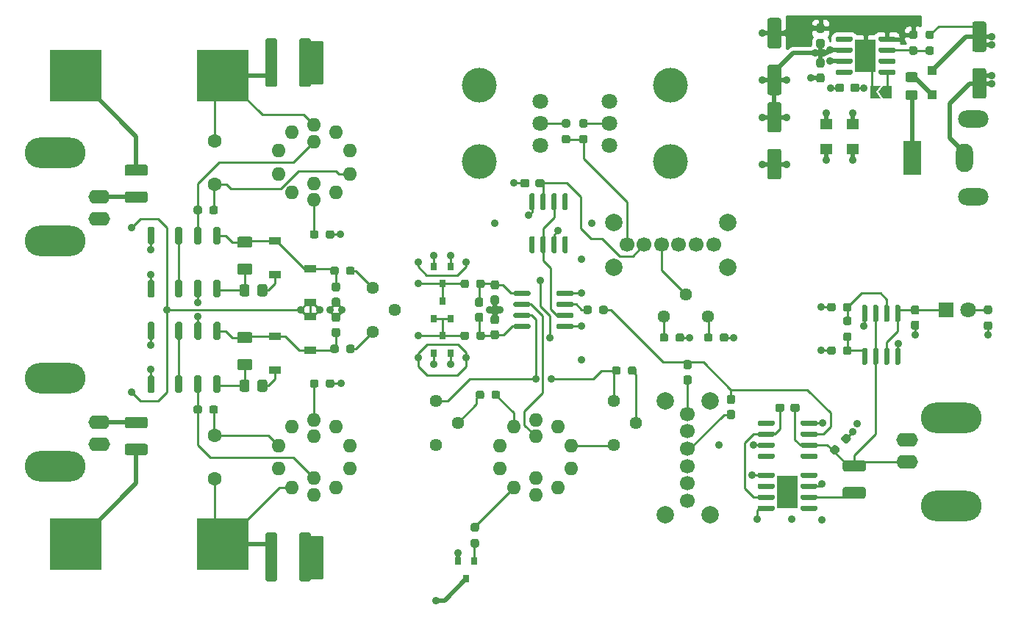
<source format=gtl>
G04 #@! TF.GenerationSoftware,KiCad,Pcbnew,(5.1.9)-1*
G04 #@! TF.CreationDate,2021-04-24T16:46:24-05:00*
G04 #@! TF.ProjectId,high-gain-diff-probe,68696768-2d67-4616-996e-2d646966662d,rev?*
G04 #@! TF.SameCoordinates,Original*
G04 #@! TF.FileFunction,Copper,L1,Top*
G04 #@! TF.FilePolarity,Positive*
%FSLAX46Y46*%
G04 Gerber Fmt 4.6, Leading zero omitted, Abs format (unit mm)*
G04 Created by KiCad (PCBNEW (5.1.9)-1) date 2021-04-24 16:46:24*
%MOMM*%
%LPD*%
G01*
G04 APERTURE LIST*
G04 #@! TA.AperFunction,SMDPad,CuDef*
%ADD10R,2.410000X3.810000*%
G04 #@! TD*
G04 #@! TA.AperFunction,ComponentPad*
%ADD11C,0.900000*%
G04 #@! TD*
G04 #@! TA.AperFunction,ComponentPad*
%ADD12C,1.600000*%
G04 #@! TD*
G04 #@! TA.AperFunction,WasherPad*
%ADD13C,4.000000*%
G04 #@! TD*
G04 #@! TA.AperFunction,ComponentPad*
%ADD14C,1.800000*%
G04 #@! TD*
G04 #@! TA.AperFunction,SMDPad,CuDef*
%ADD15R,6.000000X6.000000*%
G04 #@! TD*
G04 #@! TA.AperFunction,ComponentPad*
%ADD16C,1.700000*%
G04 #@! TD*
G04 #@! TA.AperFunction,ComponentPad*
%ADD17C,2.000000*%
G04 #@! TD*
G04 #@! TA.AperFunction,SMDPad,CuDef*
%ADD18R,1.100000X1.100000*%
G04 #@! TD*
G04 #@! TA.AperFunction,SMDPad,CuDef*
%ADD19C,0.100000*%
G04 #@! TD*
G04 #@! TA.AperFunction,ComponentPad*
%ADD20C,1.440000*%
G04 #@! TD*
G04 #@! TA.AperFunction,ComponentPad*
%ADD21O,1.600000X1.600000*%
G04 #@! TD*
G04 #@! TA.AperFunction,SMDPad,CuDef*
%ADD22R,0.800000X0.900000*%
G04 #@! TD*
G04 #@! TA.AperFunction,ComponentPad*
%ADD23O,3.500000X2.000000*%
G04 #@! TD*
G04 #@! TA.AperFunction,ComponentPad*
%ADD24O,2.000000X3.300000*%
G04 #@! TD*
G04 #@! TA.AperFunction,ComponentPad*
%ADD25R,2.000000X4.000000*%
G04 #@! TD*
G04 #@! TA.AperFunction,SMDPad,CuDef*
%ADD26R,1.400000X0.900000*%
G04 #@! TD*
G04 #@! TA.AperFunction,ComponentPad*
%ADD27R,1.800000X1.800000*%
G04 #@! TD*
G04 #@! TA.AperFunction,ComponentPad*
%ADD28O,2.500000X1.600000*%
G04 #@! TD*
G04 #@! TA.AperFunction,ComponentPad*
%ADD29O,7.000000X3.500000*%
G04 #@! TD*
G04 #@! TA.AperFunction,SMDPad,CuDef*
%ADD30R,1.400000X1.300000*%
G04 #@! TD*
G04 #@! TA.AperFunction,ViaPad*
%ADD31C,0.900000*%
G04 #@! TD*
G04 #@! TA.AperFunction,Conductor*
%ADD32C,0.250000*%
G04 #@! TD*
G04 #@! TA.AperFunction,Conductor*
%ADD33C,0.500000*%
G04 #@! TD*
G04 #@! TA.AperFunction,Conductor*
%ADD34C,0.254000*%
G04 #@! TD*
G04 #@! TA.AperFunction,Conductor*
%ADD35C,0.100000*%
G04 #@! TD*
G04 APERTURE END LIST*
G04 #@! TA.AperFunction,SMDPad,CuDef*
G36*
G01*
X194950000Y-72455000D02*
X194950000Y-72755000D01*
G75*
G02*
X194800000Y-72905000I-150000J0D01*
G01*
X193150000Y-72905000D01*
G75*
G02*
X193000000Y-72755000I0J150000D01*
G01*
X193000000Y-72455000D01*
G75*
G02*
X193150000Y-72305000I150000J0D01*
G01*
X194800000Y-72305000D01*
G75*
G02*
X194950000Y-72455000I0J-150000D01*
G01*
G37*
G04 #@! TD.AperFunction*
G04 #@! TA.AperFunction,SMDPad,CuDef*
G36*
G01*
X194950000Y-71185000D02*
X194950000Y-71485000D01*
G75*
G02*
X194800000Y-71635000I-150000J0D01*
G01*
X193150000Y-71635000D01*
G75*
G02*
X193000000Y-71485000I0J150000D01*
G01*
X193000000Y-71185000D01*
G75*
G02*
X193150000Y-71035000I150000J0D01*
G01*
X194800000Y-71035000D01*
G75*
G02*
X194950000Y-71185000I0J-150000D01*
G01*
G37*
G04 #@! TD.AperFunction*
G04 #@! TA.AperFunction,SMDPad,CuDef*
G36*
G01*
X194950000Y-69915000D02*
X194950000Y-70215000D01*
G75*
G02*
X194800000Y-70365000I-150000J0D01*
G01*
X193150000Y-70365000D01*
G75*
G02*
X193000000Y-70215000I0J150000D01*
G01*
X193000000Y-69915000D01*
G75*
G02*
X193150000Y-69765000I150000J0D01*
G01*
X194800000Y-69765000D01*
G75*
G02*
X194950000Y-69915000I0J-150000D01*
G01*
G37*
G04 #@! TD.AperFunction*
G04 #@! TA.AperFunction,SMDPad,CuDef*
G36*
G01*
X194950000Y-68645000D02*
X194950000Y-68945000D01*
G75*
G02*
X194800000Y-69095000I-150000J0D01*
G01*
X193150000Y-69095000D01*
G75*
G02*
X193000000Y-68945000I0J150000D01*
G01*
X193000000Y-68645000D01*
G75*
G02*
X193150000Y-68495000I150000J0D01*
G01*
X194800000Y-68495000D01*
G75*
G02*
X194950000Y-68645000I0J-150000D01*
G01*
G37*
G04 #@! TD.AperFunction*
G04 #@! TA.AperFunction,SMDPad,CuDef*
G36*
G01*
X190000000Y-68645000D02*
X190000000Y-68945000D01*
G75*
G02*
X189850000Y-69095000I-150000J0D01*
G01*
X188200000Y-69095000D01*
G75*
G02*
X188050000Y-68945000I0J150000D01*
G01*
X188050000Y-68645000D01*
G75*
G02*
X188200000Y-68495000I150000J0D01*
G01*
X189850000Y-68495000D01*
G75*
G02*
X190000000Y-68645000I0J-150000D01*
G01*
G37*
G04 #@! TD.AperFunction*
G04 #@! TA.AperFunction,SMDPad,CuDef*
G36*
G01*
X190000000Y-69915000D02*
X190000000Y-70215000D01*
G75*
G02*
X189850000Y-70365000I-150000J0D01*
G01*
X188200000Y-70365000D01*
G75*
G02*
X188050000Y-70215000I0J150000D01*
G01*
X188050000Y-69915000D01*
G75*
G02*
X188200000Y-69765000I150000J0D01*
G01*
X189850000Y-69765000D01*
G75*
G02*
X190000000Y-69915000I0J-150000D01*
G01*
G37*
G04 #@! TD.AperFunction*
G04 #@! TA.AperFunction,SMDPad,CuDef*
G36*
G01*
X190000000Y-71185000D02*
X190000000Y-71485000D01*
G75*
G02*
X189850000Y-71635000I-150000J0D01*
G01*
X188200000Y-71635000D01*
G75*
G02*
X188050000Y-71485000I0J150000D01*
G01*
X188050000Y-71185000D01*
G75*
G02*
X188200000Y-71035000I150000J0D01*
G01*
X189850000Y-71035000D01*
G75*
G02*
X190000000Y-71185000I0J-150000D01*
G01*
G37*
G04 #@! TD.AperFunction*
G04 #@! TA.AperFunction,SMDPad,CuDef*
G36*
G01*
X190000000Y-72455000D02*
X190000000Y-72755000D01*
G75*
G02*
X189850000Y-72905000I-150000J0D01*
G01*
X188200000Y-72905000D01*
G75*
G02*
X188050000Y-72755000I0J150000D01*
G01*
X188050000Y-72455000D01*
G75*
G02*
X188200000Y-72305000I150000J0D01*
G01*
X189850000Y-72305000D01*
G75*
G02*
X190000000Y-72455000I0J-150000D01*
G01*
G37*
G04 #@! TD.AperFunction*
D10*
X191500000Y-70700000D03*
D11*
X192200000Y-72100000D03*
X190800000Y-72100000D03*
X192200000Y-70700000D03*
X190800000Y-70700000D03*
X192200000Y-69300000D03*
X190800000Y-69300000D03*
G04 #@! TA.AperFunction,SMDPad,CuDef*
G36*
G01*
X179075000Y-119210000D02*
X179075000Y-118910000D01*
G75*
G02*
X179225000Y-118760000I150000J0D01*
G01*
X180875000Y-118760000D01*
G75*
G02*
X181025000Y-118910000I0J-150000D01*
G01*
X181025000Y-119210000D01*
G75*
G02*
X180875000Y-119360000I-150000J0D01*
G01*
X179225000Y-119360000D01*
G75*
G02*
X179075000Y-119210000I0J150000D01*
G01*
G37*
G04 #@! TD.AperFunction*
G04 #@! TA.AperFunction,SMDPad,CuDef*
G36*
G01*
X179075000Y-120480000D02*
X179075000Y-120180000D01*
G75*
G02*
X179225000Y-120030000I150000J0D01*
G01*
X180875000Y-120030000D01*
G75*
G02*
X181025000Y-120180000I0J-150000D01*
G01*
X181025000Y-120480000D01*
G75*
G02*
X180875000Y-120630000I-150000J0D01*
G01*
X179225000Y-120630000D01*
G75*
G02*
X179075000Y-120480000I0J150000D01*
G01*
G37*
G04 #@! TD.AperFunction*
G04 #@! TA.AperFunction,SMDPad,CuDef*
G36*
G01*
X179075000Y-121750000D02*
X179075000Y-121450000D01*
G75*
G02*
X179225000Y-121300000I150000J0D01*
G01*
X180875000Y-121300000D01*
G75*
G02*
X181025000Y-121450000I0J-150000D01*
G01*
X181025000Y-121750000D01*
G75*
G02*
X180875000Y-121900000I-150000J0D01*
G01*
X179225000Y-121900000D01*
G75*
G02*
X179075000Y-121750000I0J150000D01*
G01*
G37*
G04 #@! TD.AperFunction*
G04 #@! TA.AperFunction,SMDPad,CuDef*
G36*
G01*
X179075000Y-123020000D02*
X179075000Y-122720000D01*
G75*
G02*
X179225000Y-122570000I150000J0D01*
G01*
X180875000Y-122570000D01*
G75*
G02*
X181025000Y-122720000I0J-150000D01*
G01*
X181025000Y-123020000D01*
G75*
G02*
X180875000Y-123170000I-150000J0D01*
G01*
X179225000Y-123170000D01*
G75*
G02*
X179075000Y-123020000I0J150000D01*
G01*
G37*
G04 #@! TD.AperFunction*
G04 #@! TA.AperFunction,SMDPad,CuDef*
G36*
G01*
X184025000Y-123020000D02*
X184025000Y-122720000D01*
G75*
G02*
X184175000Y-122570000I150000J0D01*
G01*
X185825000Y-122570000D01*
G75*
G02*
X185975000Y-122720000I0J-150000D01*
G01*
X185975000Y-123020000D01*
G75*
G02*
X185825000Y-123170000I-150000J0D01*
G01*
X184175000Y-123170000D01*
G75*
G02*
X184025000Y-123020000I0J150000D01*
G01*
G37*
G04 #@! TD.AperFunction*
G04 #@! TA.AperFunction,SMDPad,CuDef*
G36*
G01*
X184025000Y-121750000D02*
X184025000Y-121450000D01*
G75*
G02*
X184175000Y-121300000I150000J0D01*
G01*
X185825000Y-121300000D01*
G75*
G02*
X185975000Y-121450000I0J-150000D01*
G01*
X185975000Y-121750000D01*
G75*
G02*
X185825000Y-121900000I-150000J0D01*
G01*
X184175000Y-121900000D01*
G75*
G02*
X184025000Y-121750000I0J150000D01*
G01*
G37*
G04 #@! TD.AperFunction*
G04 #@! TA.AperFunction,SMDPad,CuDef*
G36*
G01*
X184025000Y-120480000D02*
X184025000Y-120180000D01*
G75*
G02*
X184175000Y-120030000I150000J0D01*
G01*
X185825000Y-120030000D01*
G75*
G02*
X185975000Y-120180000I0J-150000D01*
G01*
X185975000Y-120480000D01*
G75*
G02*
X185825000Y-120630000I-150000J0D01*
G01*
X184175000Y-120630000D01*
G75*
G02*
X184025000Y-120480000I0J150000D01*
G01*
G37*
G04 #@! TD.AperFunction*
G04 #@! TA.AperFunction,SMDPad,CuDef*
G36*
G01*
X184025000Y-119210000D02*
X184025000Y-118910000D01*
G75*
G02*
X184175000Y-118760000I150000J0D01*
G01*
X185825000Y-118760000D01*
G75*
G02*
X185975000Y-118910000I0J-150000D01*
G01*
X185975000Y-119210000D01*
G75*
G02*
X185825000Y-119360000I-150000J0D01*
G01*
X184175000Y-119360000D01*
G75*
G02*
X184025000Y-119210000I0J150000D01*
G01*
G37*
G04 #@! TD.AperFunction*
D10*
X182525000Y-120965000D03*
D11*
X181825000Y-119565000D03*
X183225000Y-119565000D03*
X181825000Y-120965000D03*
X183225000Y-120965000D03*
X181825000Y-122365000D03*
X183225000Y-122365000D03*
D12*
X116500000Y-114500000D03*
X116500000Y-119500000D03*
X116500000Y-80500000D03*
X116500000Y-85500000D03*
D13*
X147000000Y-74100000D03*
X147000000Y-82900000D03*
D14*
X154000000Y-76000000D03*
X154000000Y-78500000D03*
X154000000Y-81000000D03*
D15*
X100500000Y-127000000D03*
X117500000Y-127000000D03*
X100500000Y-73000000D03*
X117500000Y-73000000D03*
D16*
X174000000Y-92500000D03*
X172000000Y-92500000D03*
X170000000Y-92500000D03*
X168000000Y-92500000D03*
X166000000Y-92500000D03*
X164000000Y-92500000D03*
D17*
X162500000Y-95100000D03*
X175600000Y-95100000D03*
X175600000Y-89900000D03*
X162500000Y-89900000D03*
D16*
X171000000Y-122000000D03*
X171000000Y-120000000D03*
X171000000Y-118000000D03*
X171000000Y-116000000D03*
X171000000Y-114000000D03*
X171000000Y-112000000D03*
D17*
X168400000Y-110500000D03*
X168400000Y-123600000D03*
X173600000Y-123600000D03*
X173600000Y-110500000D03*
G04 #@! TA.AperFunction,SMDPad,CuDef*
G36*
G01*
X146262500Y-126425000D02*
X146737500Y-126425000D01*
G75*
G02*
X146975000Y-126662500I0J-237500D01*
G01*
X146975000Y-127162500D01*
G75*
G02*
X146737500Y-127400000I-237500J0D01*
G01*
X146262500Y-127400000D01*
G75*
G02*
X146025000Y-127162500I0J237500D01*
G01*
X146025000Y-126662500D01*
G75*
G02*
X146262500Y-126425000I237500J0D01*
G01*
G37*
G04 #@! TD.AperFunction*
G04 #@! TA.AperFunction,SMDPad,CuDef*
G36*
G01*
X146262500Y-124600000D02*
X146737500Y-124600000D01*
G75*
G02*
X146975000Y-124837500I0J-237500D01*
G01*
X146975000Y-125337500D01*
G75*
G02*
X146737500Y-125575000I-237500J0D01*
G01*
X146262500Y-125575000D01*
G75*
G02*
X146025000Y-125337500I0J237500D01*
G01*
X146025000Y-124837500D01*
G75*
G02*
X146262500Y-124600000I237500J0D01*
G01*
G37*
G04 #@! TD.AperFunction*
D18*
X199200000Y-75200000D03*
X199200000Y-72400000D03*
G04 #@! TA.AperFunction,SMDPad,CuDef*
D19*
G36*
X193025000Y-74900000D02*
G01*
X193525000Y-74150000D01*
X194525000Y-74150000D01*
X194525000Y-75650000D01*
X193525000Y-75650000D01*
X193025000Y-74900000D01*
G37*
G04 #@! TD.AperFunction*
G04 #@! TA.AperFunction,SMDPad,CuDef*
G36*
X192075000Y-74150000D02*
G01*
X193225000Y-74150000D01*
X192725000Y-74900000D01*
X193225000Y-75650000D01*
X192075000Y-75650000D01*
X192075000Y-74150000D01*
G37*
G04 #@! TD.AperFunction*
G04 #@! TA.AperFunction,SMDPad,CuDef*
G36*
G01*
X181550000Y-69850000D02*
X180450000Y-69850000D01*
G75*
G02*
X180200000Y-69600000I0J250000D01*
G01*
X180200000Y-66600000D01*
G75*
G02*
X180450000Y-66350000I250000J0D01*
G01*
X181550000Y-66350000D01*
G75*
G02*
X181800000Y-66600000I0J-250000D01*
G01*
X181800000Y-69600000D01*
G75*
G02*
X181550000Y-69850000I-250000J0D01*
G01*
G37*
G04 #@! TD.AperFunction*
G04 #@! TA.AperFunction,SMDPad,CuDef*
G36*
G01*
X181550000Y-75250000D02*
X180450000Y-75250000D01*
G75*
G02*
X180200000Y-75000000I0J250000D01*
G01*
X180200000Y-72000000D01*
G75*
G02*
X180450000Y-71750000I250000J0D01*
G01*
X181550000Y-71750000D01*
G75*
G02*
X181800000Y-72000000I0J-250000D01*
G01*
X181800000Y-75000000D01*
G75*
G02*
X181550000Y-75250000I-250000J0D01*
G01*
G37*
G04 #@! TD.AperFunction*
G04 #@! TA.AperFunction,SMDPad,CuDef*
G36*
G01*
X181550000Y-79550000D02*
X180450000Y-79550000D01*
G75*
G02*
X180200000Y-79300000I0J250000D01*
G01*
X180200000Y-76300000D01*
G75*
G02*
X180450000Y-76050000I250000J0D01*
G01*
X181550000Y-76050000D01*
G75*
G02*
X181800000Y-76300000I0J-250000D01*
G01*
X181800000Y-79300000D01*
G75*
G02*
X181550000Y-79550000I-250000J0D01*
G01*
G37*
G04 #@! TD.AperFunction*
G04 #@! TA.AperFunction,SMDPad,CuDef*
G36*
G01*
X181550000Y-84950000D02*
X180450000Y-84950000D01*
G75*
G02*
X180200000Y-84700000I0J250000D01*
G01*
X180200000Y-81700000D01*
G75*
G02*
X180450000Y-81450000I250000J0D01*
G01*
X181550000Y-81450000D01*
G75*
G02*
X181800000Y-81700000I0J-250000D01*
G01*
X181800000Y-84700000D01*
G75*
G02*
X181550000Y-84950000I-250000J0D01*
G01*
G37*
G04 #@! TD.AperFunction*
D20*
X162500000Y-115580000D03*
X165040000Y-113040000D03*
X162500000Y-110500000D03*
D21*
X153500000Y-119415000D03*
X153500000Y-114585000D03*
X149391436Y-118334953D03*
X150960768Y-120494953D03*
X153500000Y-121320000D03*
X156039232Y-120494953D03*
X157608564Y-118334953D03*
X157608564Y-115665047D03*
X156039232Y-113505047D03*
X153500000Y-112680000D03*
X150960768Y-113505047D03*
X149391436Y-115665047D03*
G04 #@! TA.AperFunction,SMDPad,CuDef*
G36*
G01*
X204050000Y-72150000D02*
X205150000Y-72150000D01*
G75*
G02*
X205400000Y-72400000I0J-250000D01*
G01*
X205400000Y-75400000D01*
G75*
G02*
X205150000Y-75650000I-250000J0D01*
G01*
X204050000Y-75650000D01*
G75*
G02*
X203800000Y-75400000I0J250000D01*
G01*
X203800000Y-72400000D01*
G75*
G02*
X204050000Y-72150000I250000J0D01*
G01*
G37*
G04 #@! TD.AperFunction*
G04 #@! TA.AperFunction,SMDPad,CuDef*
G36*
G01*
X204050000Y-66750000D02*
X205150000Y-66750000D01*
G75*
G02*
X205400000Y-67000000I0J-250000D01*
G01*
X205400000Y-70000000D01*
G75*
G02*
X205150000Y-70250000I-250000J0D01*
G01*
X204050000Y-70250000D01*
G75*
G02*
X203800000Y-70000000I0J250000D01*
G01*
X203800000Y-67000000D01*
G75*
G02*
X204050000Y-66750000I250000J0D01*
G01*
G37*
G04 #@! TD.AperFunction*
D20*
X142000000Y-115580000D03*
X144540000Y-113040000D03*
X142000000Y-110500000D03*
D21*
X128000000Y-119415000D03*
X128000000Y-114585000D03*
X123891436Y-118334953D03*
X125460768Y-120494953D03*
X128000000Y-121320000D03*
X130539232Y-120494953D03*
X132108564Y-118334953D03*
X132108564Y-115665047D03*
X130539232Y-113505047D03*
X128000000Y-112680000D03*
X125460768Y-113505047D03*
X123891436Y-115665047D03*
D20*
X173380000Y-100800000D03*
X170840000Y-98260000D03*
X168300000Y-100800000D03*
G04 #@! TA.AperFunction,SMDPad,CuDef*
G36*
G01*
X169625000Y-103437500D02*
X169625000Y-102962500D01*
G75*
G02*
X169862500Y-102725000I237500J0D01*
G01*
X170362500Y-102725000D01*
G75*
G02*
X170600000Y-102962500I0J-237500D01*
G01*
X170600000Y-103437500D01*
G75*
G02*
X170362500Y-103675000I-237500J0D01*
G01*
X169862500Y-103675000D01*
G75*
G02*
X169625000Y-103437500I0J237500D01*
G01*
G37*
G04 #@! TD.AperFunction*
G04 #@! TA.AperFunction,SMDPad,CuDef*
G36*
G01*
X167800000Y-103437500D02*
X167800000Y-102962500D01*
G75*
G02*
X168037500Y-102725000I237500J0D01*
G01*
X168537500Y-102725000D01*
G75*
G02*
X168775000Y-102962500I0J-237500D01*
G01*
X168775000Y-103437500D01*
G75*
G02*
X168537500Y-103675000I-237500J0D01*
G01*
X168037500Y-103675000D01*
G75*
G02*
X167800000Y-103437500I0J237500D01*
G01*
G37*
G04 #@! TD.AperFunction*
G04 #@! TA.AperFunction,SMDPad,CuDef*
G36*
G01*
X173875000Y-102962500D02*
X173875000Y-103437500D01*
G75*
G02*
X173637500Y-103675000I-237500J0D01*
G01*
X173137500Y-103675000D01*
G75*
G02*
X172900000Y-103437500I0J237500D01*
G01*
X172900000Y-102962500D01*
G75*
G02*
X173137500Y-102725000I237500J0D01*
G01*
X173637500Y-102725000D01*
G75*
G02*
X173875000Y-102962500I0J-237500D01*
G01*
G37*
G04 #@! TD.AperFunction*
G04 #@! TA.AperFunction,SMDPad,CuDef*
G36*
G01*
X175700000Y-102962500D02*
X175700000Y-103437500D01*
G75*
G02*
X175462500Y-103675000I-237500J0D01*
G01*
X174962500Y-103675000D01*
G75*
G02*
X174725000Y-103437500I0J237500D01*
G01*
X174725000Y-102962500D01*
G75*
G02*
X174962500Y-102725000I237500J0D01*
G01*
X175462500Y-102725000D01*
G75*
G02*
X175700000Y-102962500I0J-237500D01*
G01*
G37*
G04 #@! TD.AperFunction*
G04 #@! TA.AperFunction,SMDPad,CuDef*
G36*
G01*
X120550000Y-108299999D02*
X120550000Y-109200001D01*
G75*
G02*
X120300001Y-109450000I-249999J0D01*
G01*
X119649999Y-109450000D01*
G75*
G02*
X119400000Y-109200001I0J249999D01*
G01*
X119400000Y-108299999D01*
G75*
G02*
X119649999Y-108050000I249999J0D01*
G01*
X120300001Y-108050000D01*
G75*
G02*
X120550000Y-108299999I0J-249999D01*
G01*
G37*
G04 #@! TD.AperFunction*
G04 #@! TA.AperFunction,SMDPad,CuDef*
G36*
G01*
X122600000Y-108299999D02*
X122600000Y-109200001D01*
G75*
G02*
X122350001Y-109450000I-249999J0D01*
G01*
X121699999Y-109450000D01*
G75*
G02*
X121450000Y-109200001I0J249999D01*
G01*
X121450000Y-108299999D01*
G75*
G02*
X121699999Y-108050000I249999J0D01*
G01*
X122350001Y-108050000D01*
G75*
G02*
X122600000Y-108299999I0J-249999D01*
G01*
G37*
G04 #@! TD.AperFunction*
G04 #@! TA.AperFunction,SMDPad,CuDef*
G36*
G01*
X120550000Y-97299999D02*
X120550000Y-98200001D01*
G75*
G02*
X120300001Y-98450000I-249999J0D01*
G01*
X119649999Y-98450000D01*
G75*
G02*
X119400000Y-98200001I0J249999D01*
G01*
X119400000Y-97299999D01*
G75*
G02*
X119649999Y-97050000I249999J0D01*
G01*
X120300001Y-97050000D01*
G75*
G02*
X120550000Y-97299999I0J-249999D01*
G01*
G37*
G04 #@! TD.AperFunction*
G04 #@! TA.AperFunction,SMDPad,CuDef*
G36*
G01*
X122600000Y-97299999D02*
X122600000Y-98200001D01*
G75*
G02*
X122350001Y-98450000I-249999J0D01*
G01*
X121699999Y-98450000D01*
G75*
G02*
X121450000Y-98200001I0J249999D01*
G01*
X121450000Y-97299999D01*
G75*
G02*
X121699999Y-97050000I249999J0D01*
G01*
X122350001Y-97050000D01*
G75*
G02*
X122600000Y-97299999I0J-249999D01*
G01*
G37*
G04 #@! TD.AperFunction*
D22*
X145500000Y-131000000D03*
X144550000Y-129000000D03*
X146450000Y-129000000D03*
G04 #@! TA.AperFunction,SMDPad,CuDef*
G36*
G01*
X122400000Y-131145300D02*
X122400000Y-125854700D01*
G75*
G02*
X122554700Y-125700000I154700J0D01*
G01*
X123545300Y-125700000D01*
G75*
G02*
X123700000Y-125854700I0J-154700D01*
G01*
X123700000Y-131145300D01*
G75*
G02*
X123545300Y-131300000I-154700J0D01*
G01*
X122554700Y-131300000D01*
G75*
G02*
X122400000Y-131145300I0J154700D01*
G01*
G37*
G04 #@! TD.AperFunction*
G04 #@! TA.AperFunction,SMDPad,CuDef*
G36*
G01*
X126300000Y-131145300D02*
X126300000Y-125854700D01*
G75*
G02*
X126454700Y-125700000I154700J0D01*
G01*
X127445300Y-125700000D01*
G75*
G02*
X127600000Y-125854700I0J-154700D01*
G01*
X127600000Y-131145300D01*
G75*
G02*
X127445300Y-131300000I-154700J0D01*
G01*
X126454700Y-131300000D01*
G75*
G02*
X126300000Y-131145300I0J154700D01*
G01*
G37*
G04 #@! TD.AperFunction*
G04 #@! TA.AperFunction,SMDPad,CuDef*
G36*
G01*
X127600000Y-68854700D02*
X127600000Y-74145300D01*
G75*
G02*
X127445300Y-74300000I-154700J0D01*
G01*
X126454700Y-74300000D01*
G75*
G02*
X126300000Y-74145300I0J154700D01*
G01*
X126300000Y-68854700D01*
G75*
G02*
X126454700Y-68700000I154700J0D01*
G01*
X127445300Y-68700000D01*
G75*
G02*
X127600000Y-68854700I0J-154700D01*
G01*
G37*
G04 #@! TD.AperFunction*
G04 #@! TA.AperFunction,SMDPad,CuDef*
G36*
G01*
X123700000Y-68854700D02*
X123700000Y-74145300D01*
G75*
G02*
X123545300Y-74300000I-154700J0D01*
G01*
X122554700Y-74300000D01*
G75*
G02*
X122400000Y-74145300I0J154700D01*
G01*
X122400000Y-68854700D01*
G75*
G02*
X122554700Y-68700000I154700J0D01*
G01*
X123545300Y-68700000D01*
G75*
G02*
X123700000Y-68854700I0J-154700D01*
G01*
G37*
G04 #@! TD.AperFunction*
D21*
X128000000Y-85415000D03*
X128000000Y-80585000D03*
X123891436Y-84334953D03*
X125460768Y-86494953D03*
X128000000Y-87320000D03*
X130539232Y-86494953D03*
X132108564Y-84334953D03*
X132108564Y-81665047D03*
X130539232Y-79505047D03*
X128000000Y-78680000D03*
X125460768Y-79505047D03*
X123891436Y-81665047D03*
D13*
X169000000Y-82900000D03*
X169000000Y-74100000D03*
D14*
X162000000Y-81000000D03*
X162000000Y-78500000D03*
X162000000Y-76000000D03*
G04 #@! TA.AperFunction,SMDPad,CuDef*
G36*
G01*
X197237500Y-68762500D02*
X196762500Y-68762500D01*
G75*
G02*
X196525000Y-68525000I0J237500D01*
G01*
X196525000Y-68025000D01*
G75*
G02*
X196762500Y-67787500I237500J0D01*
G01*
X197237500Y-67787500D01*
G75*
G02*
X197475000Y-68025000I0J-237500D01*
G01*
X197475000Y-68525000D01*
G75*
G02*
X197237500Y-68762500I-237500J0D01*
G01*
G37*
G04 #@! TD.AperFunction*
G04 #@! TA.AperFunction,SMDPad,CuDef*
G36*
G01*
X197237500Y-70587500D02*
X196762500Y-70587500D01*
G75*
G02*
X196525000Y-70350000I0J237500D01*
G01*
X196525000Y-69850000D01*
G75*
G02*
X196762500Y-69612500I237500J0D01*
G01*
X197237500Y-69612500D01*
G75*
G02*
X197475000Y-69850000I0J-237500D01*
G01*
X197475000Y-70350000D01*
G75*
G02*
X197237500Y-70587500I-237500J0D01*
G01*
G37*
G04 #@! TD.AperFunction*
G04 #@! TA.AperFunction,SMDPad,CuDef*
G36*
G01*
X198662500Y-69625000D02*
X199137500Y-69625000D01*
G75*
G02*
X199375000Y-69862500I0J-237500D01*
G01*
X199375000Y-70362500D01*
G75*
G02*
X199137500Y-70600000I-237500J0D01*
G01*
X198662500Y-70600000D01*
G75*
G02*
X198425000Y-70362500I0J237500D01*
G01*
X198425000Y-69862500D01*
G75*
G02*
X198662500Y-69625000I237500J0D01*
G01*
G37*
G04 #@! TD.AperFunction*
G04 #@! TA.AperFunction,SMDPad,CuDef*
G36*
G01*
X198662500Y-67800000D02*
X199137500Y-67800000D01*
G75*
G02*
X199375000Y-68037500I0J-237500D01*
G01*
X199375000Y-68537500D01*
G75*
G02*
X199137500Y-68775000I-237500J0D01*
G01*
X198662500Y-68775000D01*
G75*
G02*
X198425000Y-68537500I0J237500D01*
G01*
X198425000Y-68037500D01*
G75*
G02*
X198662500Y-67800000I237500J0D01*
G01*
G37*
G04 #@! TD.AperFunction*
D23*
X203900000Y-78000000D03*
X203900000Y-87000000D03*
D24*
X202900000Y-82500000D03*
D25*
X196900000Y-82500000D03*
G04 #@! TA.AperFunction,SMDPad,CuDef*
G36*
G01*
X181025000Y-116720000D02*
X181025000Y-117020000D01*
G75*
G02*
X180875000Y-117170000I-150000J0D01*
G01*
X179225000Y-117170000D01*
G75*
G02*
X179075000Y-117020000I0J150000D01*
G01*
X179075000Y-116720000D01*
G75*
G02*
X179225000Y-116570000I150000J0D01*
G01*
X180875000Y-116570000D01*
G75*
G02*
X181025000Y-116720000I0J-150000D01*
G01*
G37*
G04 #@! TD.AperFunction*
G04 #@! TA.AperFunction,SMDPad,CuDef*
G36*
G01*
X181025000Y-115450000D02*
X181025000Y-115750000D01*
G75*
G02*
X180875000Y-115900000I-150000J0D01*
G01*
X179225000Y-115900000D01*
G75*
G02*
X179075000Y-115750000I0J150000D01*
G01*
X179075000Y-115450000D01*
G75*
G02*
X179225000Y-115300000I150000J0D01*
G01*
X180875000Y-115300000D01*
G75*
G02*
X181025000Y-115450000I0J-150000D01*
G01*
G37*
G04 #@! TD.AperFunction*
G04 #@! TA.AperFunction,SMDPad,CuDef*
G36*
G01*
X181025000Y-114180000D02*
X181025000Y-114480000D01*
G75*
G02*
X180875000Y-114630000I-150000J0D01*
G01*
X179225000Y-114630000D01*
G75*
G02*
X179075000Y-114480000I0J150000D01*
G01*
X179075000Y-114180000D01*
G75*
G02*
X179225000Y-114030000I150000J0D01*
G01*
X180875000Y-114030000D01*
G75*
G02*
X181025000Y-114180000I0J-150000D01*
G01*
G37*
G04 #@! TD.AperFunction*
G04 #@! TA.AperFunction,SMDPad,CuDef*
G36*
G01*
X181025000Y-112910000D02*
X181025000Y-113210000D01*
G75*
G02*
X180875000Y-113360000I-150000J0D01*
G01*
X179225000Y-113360000D01*
G75*
G02*
X179075000Y-113210000I0J150000D01*
G01*
X179075000Y-112910000D01*
G75*
G02*
X179225000Y-112760000I150000J0D01*
G01*
X180875000Y-112760000D01*
G75*
G02*
X181025000Y-112910000I0J-150000D01*
G01*
G37*
G04 #@! TD.AperFunction*
G04 #@! TA.AperFunction,SMDPad,CuDef*
G36*
G01*
X185975000Y-112910000D02*
X185975000Y-113210000D01*
G75*
G02*
X185825000Y-113360000I-150000J0D01*
G01*
X184175000Y-113360000D01*
G75*
G02*
X184025000Y-113210000I0J150000D01*
G01*
X184025000Y-112910000D01*
G75*
G02*
X184175000Y-112760000I150000J0D01*
G01*
X185825000Y-112760000D01*
G75*
G02*
X185975000Y-112910000I0J-150000D01*
G01*
G37*
G04 #@! TD.AperFunction*
G04 #@! TA.AperFunction,SMDPad,CuDef*
G36*
G01*
X185975000Y-114180000D02*
X185975000Y-114480000D01*
G75*
G02*
X185825000Y-114630000I-150000J0D01*
G01*
X184175000Y-114630000D01*
G75*
G02*
X184025000Y-114480000I0J150000D01*
G01*
X184025000Y-114180000D01*
G75*
G02*
X184175000Y-114030000I150000J0D01*
G01*
X185825000Y-114030000D01*
G75*
G02*
X185975000Y-114180000I0J-150000D01*
G01*
G37*
G04 #@! TD.AperFunction*
G04 #@! TA.AperFunction,SMDPad,CuDef*
G36*
G01*
X185975000Y-115450000D02*
X185975000Y-115750000D01*
G75*
G02*
X185825000Y-115900000I-150000J0D01*
G01*
X184175000Y-115900000D01*
G75*
G02*
X184025000Y-115750000I0J150000D01*
G01*
X184025000Y-115450000D01*
G75*
G02*
X184175000Y-115300000I150000J0D01*
G01*
X185825000Y-115300000D01*
G75*
G02*
X185975000Y-115450000I0J-150000D01*
G01*
G37*
G04 #@! TD.AperFunction*
G04 #@! TA.AperFunction,SMDPad,CuDef*
G36*
G01*
X185975000Y-116720000D02*
X185975000Y-117020000D01*
G75*
G02*
X185825000Y-117170000I-150000J0D01*
G01*
X184175000Y-117170000D01*
G75*
G02*
X184025000Y-117020000I0J150000D01*
G01*
X184025000Y-116720000D01*
G75*
G02*
X184175000Y-116570000I150000J0D01*
G01*
X185825000Y-116570000D01*
G75*
G02*
X185975000Y-116720000I0J-150000D01*
G01*
G37*
G04 #@! TD.AperFunction*
G04 #@! TA.AperFunction,SMDPad,CuDef*
G36*
G01*
X156755000Y-91500000D02*
X157055000Y-91500000D01*
G75*
G02*
X157205000Y-91650000I0J-150000D01*
G01*
X157205000Y-93300000D01*
G75*
G02*
X157055000Y-93450000I-150000J0D01*
G01*
X156755000Y-93450000D01*
G75*
G02*
X156605000Y-93300000I0J150000D01*
G01*
X156605000Y-91650000D01*
G75*
G02*
X156755000Y-91500000I150000J0D01*
G01*
G37*
G04 #@! TD.AperFunction*
G04 #@! TA.AperFunction,SMDPad,CuDef*
G36*
G01*
X155485000Y-91500000D02*
X155785000Y-91500000D01*
G75*
G02*
X155935000Y-91650000I0J-150000D01*
G01*
X155935000Y-93300000D01*
G75*
G02*
X155785000Y-93450000I-150000J0D01*
G01*
X155485000Y-93450000D01*
G75*
G02*
X155335000Y-93300000I0J150000D01*
G01*
X155335000Y-91650000D01*
G75*
G02*
X155485000Y-91500000I150000J0D01*
G01*
G37*
G04 #@! TD.AperFunction*
G04 #@! TA.AperFunction,SMDPad,CuDef*
G36*
G01*
X154215000Y-91500000D02*
X154515000Y-91500000D01*
G75*
G02*
X154665000Y-91650000I0J-150000D01*
G01*
X154665000Y-93300000D01*
G75*
G02*
X154515000Y-93450000I-150000J0D01*
G01*
X154215000Y-93450000D01*
G75*
G02*
X154065000Y-93300000I0J150000D01*
G01*
X154065000Y-91650000D01*
G75*
G02*
X154215000Y-91500000I150000J0D01*
G01*
G37*
G04 #@! TD.AperFunction*
G04 #@! TA.AperFunction,SMDPad,CuDef*
G36*
G01*
X152945000Y-91500000D02*
X153245000Y-91500000D01*
G75*
G02*
X153395000Y-91650000I0J-150000D01*
G01*
X153395000Y-93300000D01*
G75*
G02*
X153245000Y-93450000I-150000J0D01*
G01*
X152945000Y-93450000D01*
G75*
G02*
X152795000Y-93300000I0J150000D01*
G01*
X152795000Y-91650000D01*
G75*
G02*
X152945000Y-91500000I150000J0D01*
G01*
G37*
G04 #@! TD.AperFunction*
G04 #@! TA.AperFunction,SMDPad,CuDef*
G36*
G01*
X152945000Y-86550000D02*
X153245000Y-86550000D01*
G75*
G02*
X153395000Y-86700000I0J-150000D01*
G01*
X153395000Y-88350000D01*
G75*
G02*
X153245000Y-88500000I-150000J0D01*
G01*
X152945000Y-88500000D01*
G75*
G02*
X152795000Y-88350000I0J150000D01*
G01*
X152795000Y-86700000D01*
G75*
G02*
X152945000Y-86550000I150000J0D01*
G01*
G37*
G04 #@! TD.AperFunction*
G04 #@! TA.AperFunction,SMDPad,CuDef*
G36*
G01*
X154215000Y-86550000D02*
X154515000Y-86550000D01*
G75*
G02*
X154665000Y-86700000I0J-150000D01*
G01*
X154665000Y-88350000D01*
G75*
G02*
X154515000Y-88500000I-150000J0D01*
G01*
X154215000Y-88500000D01*
G75*
G02*
X154065000Y-88350000I0J150000D01*
G01*
X154065000Y-86700000D01*
G75*
G02*
X154215000Y-86550000I150000J0D01*
G01*
G37*
G04 #@! TD.AperFunction*
G04 #@! TA.AperFunction,SMDPad,CuDef*
G36*
G01*
X155485000Y-86550000D02*
X155785000Y-86550000D01*
G75*
G02*
X155935000Y-86700000I0J-150000D01*
G01*
X155935000Y-88350000D01*
G75*
G02*
X155785000Y-88500000I-150000J0D01*
G01*
X155485000Y-88500000D01*
G75*
G02*
X155335000Y-88350000I0J150000D01*
G01*
X155335000Y-86700000D01*
G75*
G02*
X155485000Y-86550000I150000J0D01*
G01*
G37*
G04 #@! TD.AperFunction*
G04 #@! TA.AperFunction,SMDPad,CuDef*
G36*
G01*
X156755000Y-86550000D02*
X157055000Y-86550000D01*
G75*
G02*
X157205000Y-86700000I0J-150000D01*
G01*
X157205000Y-88350000D01*
G75*
G02*
X157055000Y-88500000I-150000J0D01*
G01*
X156755000Y-88500000D01*
G75*
G02*
X156605000Y-88350000I0J150000D01*
G01*
X156605000Y-86700000D01*
G75*
G02*
X156755000Y-86550000I150000J0D01*
G01*
G37*
G04 #@! TD.AperFunction*
D20*
X134710000Y-102540000D03*
X137250000Y-100000000D03*
X134710000Y-97460000D03*
G04 #@! TA.AperFunction,SMDPad,CuDef*
G36*
G01*
X189068458Y-115367418D02*
X188732582Y-115031542D01*
G75*
G02*
X188732582Y-114695666I167938J167938D01*
G01*
X189086136Y-114342112D01*
G75*
G02*
X189422012Y-114342112I167938J-167938D01*
G01*
X189757888Y-114677988D01*
G75*
G02*
X189757888Y-115013864I-167938J-167938D01*
G01*
X189404334Y-115367418D01*
G75*
G02*
X189068458Y-115367418I-167938J167938D01*
G01*
G37*
G04 #@! TD.AperFunction*
G04 #@! TA.AperFunction,SMDPad,CuDef*
G36*
G01*
X187777988Y-116657888D02*
X187442112Y-116322012D01*
G75*
G02*
X187442112Y-115986136I167938J167938D01*
G01*
X187795666Y-115632582D01*
G75*
G02*
X188131542Y-115632582I167938J-167938D01*
G01*
X188467418Y-115968458D01*
G75*
G02*
X188467418Y-116304334I-167938J-167938D01*
G01*
X188113864Y-116657888D01*
G75*
G02*
X187777988Y-116657888I-167938J167938D01*
G01*
G37*
G04 #@! TD.AperFunction*
G04 #@! TA.AperFunction,SMDPad,CuDef*
G36*
G01*
X164125000Y-107237500D02*
X164125000Y-106762500D01*
G75*
G02*
X164362500Y-106525000I237500J0D01*
G01*
X164862500Y-106525000D01*
G75*
G02*
X165100000Y-106762500I0J-237500D01*
G01*
X165100000Y-107237500D01*
G75*
G02*
X164862500Y-107475000I-237500J0D01*
G01*
X164362500Y-107475000D01*
G75*
G02*
X164125000Y-107237500I0J237500D01*
G01*
G37*
G04 #@! TD.AperFunction*
G04 #@! TA.AperFunction,SMDPad,CuDef*
G36*
G01*
X162300000Y-107237500D02*
X162300000Y-106762500D01*
G75*
G02*
X162537500Y-106525000I237500J0D01*
G01*
X163037500Y-106525000D01*
G75*
G02*
X163275000Y-106762500I0J-237500D01*
G01*
X163275000Y-107237500D01*
G75*
G02*
X163037500Y-107475000I-237500J0D01*
G01*
X162537500Y-107475000D01*
G75*
G02*
X162300000Y-107237500I0J237500D01*
G01*
G37*
G04 #@! TD.AperFunction*
G04 #@! TA.AperFunction,SMDPad,CuDef*
G36*
G01*
X147575000Y-109562500D02*
X147575000Y-110037500D01*
G75*
G02*
X147337500Y-110275000I-237500J0D01*
G01*
X146837500Y-110275000D01*
G75*
G02*
X146600000Y-110037500I0J237500D01*
G01*
X146600000Y-109562500D01*
G75*
G02*
X146837500Y-109325000I237500J0D01*
G01*
X147337500Y-109325000D01*
G75*
G02*
X147575000Y-109562500I0J-237500D01*
G01*
G37*
G04 #@! TD.AperFunction*
G04 #@! TA.AperFunction,SMDPad,CuDef*
G36*
G01*
X149400000Y-109562500D02*
X149400000Y-110037500D01*
G75*
G02*
X149162500Y-110275000I-237500J0D01*
G01*
X148662500Y-110275000D01*
G75*
G02*
X148425000Y-110037500I0J237500D01*
G01*
X148425000Y-109562500D01*
G75*
G02*
X148662500Y-109325000I237500J0D01*
G01*
X149162500Y-109325000D01*
G75*
G02*
X149400000Y-109562500I0J-237500D01*
G01*
G37*
G04 #@! TD.AperFunction*
G04 #@! TA.AperFunction,SMDPad,CuDef*
G36*
G01*
X129337500Y-108737500D02*
X129337500Y-108262500D01*
G75*
G02*
X129575000Y-108025000I237500J0D01*
G01*
X130075000Y-108025000D01*
G75*
G02*
X130312500Y-108262500I0J-237500D01*
G01*
X130312500Y-108737500D01*
G75*
G02*
X130075000Y-108975000I-237500J0D01*
G01*
X129575000Y-108975000D01*
G75*
G02*
X129337500Y-108737500I0J237500D01*
G01*
G37*
G04 #@! TD.AperFunction*
G04 #@! TA.AperFunction,SMDPad,CuDef*
G36*
G01*
X127512500Y-108737500D02*
X127512500Y-108262500D01*
G75*
G02*
X127750000Y-108025000I237500J0D01*
G01*
X128250000Y-108025000D01*
G75*
G02*
X128487500Y-108262500I0J-237500D01*
G01*
X128487500Y-108737500D01*
G75*
G02*
X128250000Y-108975000I-237500J0D01*
G01*
X127750000Y-108975000D01*
G75*
G02*
X127512500Y-108737500I0J237500D01*
G01*
G37*
G04 #@! TD.AperFunction*
G04 #@! TA.AperFunction,SMDPad,CuDef*
G36*
G01*
X129337500Y-91537500D02*
X129337500Y-91062500D01*
G75*
G02*
X129575000Y-90825000I237500J0D01*
G01*
X130075000Y-90825000D01*
G75*
G02*
X130312500Y-91062500I0J-237500D01*
G01*
X130312500Y-91537500D01*
G75*
G02*
X130075000Y-91775000I-237500J0D01*
G01*
X129575000Y-91775000D01*
G75*
G02*
X129337500Y-91537500I0J237500D01*
G01*
G37*
G04 #@! TD.AperFunction*
G04 #@! TA.AperFunction,SMDPad,CuDef*
G36*
G01*
X127512500Y-91537500D02*
X127512500Y-91062500D01*
G75*
G02*
X127750000Y-90825000I237500J0D01*
G01*
X128250000Y-90825000D01*
G75*
G02*
X128487500Y-91062500I0J-237500D01*
G01*
X128487500Y-91537500D01*
G75*
G02*
X128250000Y-91775000I-237500J0D01*
G01*
X127750000Y-91775000D01*
G75*
G02*
X127512500Y-91537500I0J237500D01*
G01*
G37*
G04 #@! TD.AperFunction*
G04 #@! TA.AperFunction,SMDPad,CuDef*
G36*
G01*
X119374999Y-105650000D02*
X120625001Y-105650000D01*
G75*
G02*
X120875000Y-105899999I0J-249999D01*
G01*
X120875000Y-106700001D01*
G75*
G02*
X120625001Y-106950000I-249999J0D01*
G01*
X119374999Y-106950000D01*
G75*
G02*
X119125000Y-106700001I0J249999D01*
G01*
X119125000Y-105899999D01*
G75*
G02*
X119374999Y-105650000I249999J0D01*
G01*
G37*
G04 #@! TD.AperFunction*
G04 #@! TA.AperFunction,SMDPad,CuDef*
G36*
G01*
X119374999Y-102550000D02*
X120625001Y-102550000D01*
G75*
G02*
X120875000Y-102799999I0J-249999D01*
G01*
X120875000Y-103600001D01*
G75*
G02*
X120625001Y-103850000I-249999J0D01*
G01*
X119374999Y-103850000D01*
G75*
G02*
X119125000Y-103600001I0J249999D01*
G01*
X119125000Y-102799999D01*
G75*
G02*
X119374999Y-102550000I249999J0D01*
G01*
G37*
G04 #@! TD.AperFunction*
G04 #@! TA.AperFunction,SMDPad,CuDef*
G36*
G01*
X115075000Y-111262500D02*
X115075000Y-111737500D01*
G75*
G02*
X114837500Y-111975000I-237500J0D01*
G01*
X114337500Y-111975000D01*
G75*
G02*
X114100000Y-111737500I0J237500D01*
G01*
X114100000Y-111262500D01*
G75*
G02*
X114337500Y-111025000I237500J0D01*
G01*
X114837500Y-111025000D01*
G75*
G02*
X115075000Y-111262500I0J-237500D01*
G01*
G37*
G04 #@! TD.AperFunction*
G04 #@! TA.AperFunction,SMDPad,CuDef*
G36*
G01*
X116900000Y-111262500D02*
X116900000Y-111737500D01*
G75*
G02*
X116662500Y-111975000I-237500J0D01*
G01*
X116162500Y-111975000D01*
G75*
G02*
X115925000Y-111737500I0J237500D01*
G01*
X115925000Y-111262500D01*
G75*
G02*
X116162500Y-111025000I237500J0D01*
G01*
X116662500Y-111025000D01*
G75*
G02*
X116900000Y-111262500I0J-237500D01*
G01*
G37*
G04 #@! TD.AperFunction*
G04 #@! TA.AperFunction,SMDPad,CuDef*
G36*
G01*
X115075000Y-88262500D02*
X115075000Y-88737500D01*
G75*
G02*
X114837500Y-88975000I-237500J0D01*
G01*
X114337500Y-88975000D01*
G75*
G02*
X114100000Y-88737500I0J237500D01*
G01*
X114100000Y-88262500D01*
G75*
G02*
X114337500Y-88025000I237500J0D01*
G01*
X114837500Y-88025000D01*
G75*
G02*
X115075000Y-88262500I0J-237500D01*
G01*
G37*
G04 #@! TD.AperFunction*
G04 #@! TA.AperFunction,SMDPad,CuDef*
G36*
G01*
X116900000Y-88262500D02*
X116900000Y-88737500D01*
G75*
G02*
X116662500Y-88975000I-237500J0D01*
G01*
X116162500Y-88975000D01*
G75*
G02*
X115925000Y-88737500I0J237500D01*
G01*
X115925000Y-88262500D01*
G75*
G02*
X116162500Y-88025000I237500J0D01*
G01*
X116662500Y-88025000D01*
G75*
G02*
X116900000Y-88262500I0J-237500D01*
G01*
G37*
G04 #@! TD.AperFunction*
G04 #@! TA.AperFunction,SMDPad,CuDef*
G36*
G01*
X108575001Y-113650000D02*
X106424999Y-113650000D01*
G75*
G02*
X106175000Y-113400001I0J249999D01*
G01*
X106175000Y-112599999D01*
G75*
G02*
X106424999Y-112350000I249999J0D01*
G01*
X108575001Y-112350000D01*
G75*
G02*
X108825000Y-112599999I0J-249999D01*
G01*
X108825000Y-113400001D01*
G75*
G02*
X108575001Y-113650000I-249999J0D01*
G01*
G37*
G04 #@! TD.AperFunction*
G04 #@! TA.AperFunction,SMDPad,CuDef*
G36*
G01*
X108575001Y-116750000D02*
X106424999Y-116750000D01*
G75*
G02*
X106175000Y-116500001I0J249999D01*
G01*
X106175000Y-115699999D01*
G75*
G02*
X106424999Y-115450000I249999J0D01*
G01*
X108575001Y-115450000D01*
G75*
G02*
X108825000Y-115699999I0J-249999D01*
G01*
X108825000Y-116500001D01*
G75*
G02*
X108575001Y-116750000I-249999J0D01*
G01*
G37*
G04 #@! TD.AperFunction*
G04 #@! TA.AperFunction,SMDPad,CuDef*
G36*
G01*
X106424999Y-86350000D02*
X108575001Y-86350000D01*
G75*
G02*
X108825000Y-86599999I0J-249999D01*
G01*
X108825000Y-87400001D01*
G75*
G02*
X108575001Y-87650000I-249999J0D01*
G01*
X106424999Y-87650000D01*
G75*
G02*
X106175000Y-87400001I0J249999D01*
G01*
X106175000Y-86599999D01*
G75*
G02*
X106424999Y-86350000I249999J0D01*
G01*
G37*
G04 #@! TD.AperFunction*
G04 #@! TA.AperFunction,SMDPad,CuDef*
G36*
G01*
X106424999Y-83250000D02*
X108575001Y-83250000D01*
G75*
G02*
X108825000Y-83499999I0J-249999D01*
G01*
X108825000Y-84300001D01*
G75*
G02*
X108575001Y-84550000I-249999J0D01*
G01*
X106424999Y-84550000D01*
G75*
G02*
X106175000Y-84300001I0J249999D01*
G01*
X106175000Y-83499999D01*
G75*
G02*
X106424999Y-83250000I249999J0D01*
G01*
G37*
G04 #@! TD.AperFunction*
G04 #@! TA.AperFunction,SMDPad,CuDef*
G36*
G01*
X119374999Y-94650000D02*
X120625001Y-94650000D01*
G75*
G02*
X120875000Y-94899999I0J-249999D01*
G01*
X120875000Y-95700001D01*
G75*
G02*
X120625001Y-95950000I-249999J0D01*
G01*
X119374999Y-95950000D01*
G75*
G02*
X119125000Y-95700001I0J249999D01*
G01*
X119125000Y-94899999D01*
G75*
G02*
X119374999Y-94650000I249999J0D01*
G01*
G37*
G04 #@! TD.AperFunction*
G04 #@! TA.AperFunction,SMDPad,CuDef*
G36*
G01*
X119374999Y-91550000D02*
X120625001Y-91550000D01*
G75*
G02*
X120875000Y-91799999I0J-249999D01*
G01*
X120875000Y-92600001D01*
G75*
G02*
X120625001Y-92850000I-249999J0D01*
G01*
X119374999Y-92850000D01*
G75*
G02*
X119125000Y-92600001I0J249999D01*
G01*
X119125000Y-91799999D01*
G75*
G02*
X119374999Y-91550000I249999J0D01*
G01*
G37*
G04 #@! TD.AperFunction*
G04 #@! TA.AperFunction,SMDPad,CuDef*
G36*
G01*
X109400000Y-109600000D02*
X109000000Y-109600000D01*
G75*
G02*
X108800000Y-109400000I0J200000D01*
G01*
X108800000Y-107740000D01*
G75*
G02*
X109000000Y-107540000I200000J0D01*
G01*
X109400000Y-107540000D01*
G75*
G02*
X109600000Y-107740000I0J-200000D01*
G01*
X109600000Y-109400000D01*
G75*
G02*
X109400000Y-109600000I-200000J0D01*
G01*
G37*
G04 #@! TD.AperFunction*
G04 #@! TA.AperFunction,SMDPad,CuDef*
G36*
G01*
X112600000Y-109600000D02*
X112200000Y-109600000D01*
G75*
G02*
X112000000Y-109400000I0J200000D01*
G01*
X112000000Y-107740000D01*
G75*
G02*
X112200000Y-107540000I200000J0D01*
G01*
X112600000Y-107540000D01*
G75*
G02*
X112800000Y-107740000I0J-200000D01*
G01*
X112800000Y-109400000D01*
G75*
G02*
X112600000Y-109600000I-200000J0D01*
G01*
G37*
G04 #@! TD.AperFunction*
G04 #@! TA.AperFunction,SMDPad,CuDef*
G36*
G01*
X114800000Y-109600000D02*
X114400000Y-109600000D01*
G75*
G02*
X114200000Y-109400000I0J200000D01*
G01*
X114200000Y-107740000D01*
G75*
G02*
X114400000Y-107540000I200000J0D01*
G01*
X114800000Y-107540000D01*
G75*
G02*
X115000000Y-107740000I0J-200000D01*
G01*
X115000000Y-109400000D01*
G75*
G02*
X114800000Y-109600000I-200000J0D01*
G01*
G37*
G04 #@! TD.AperFunction*
G04 #@! TA.AperFunction,SMDPad,CuDef*
G36*
G01*
X117000000Y-109600000D02*
X116600000Y-109600000D01*
G75*
G02*
X116400000Y-109400000I0J200000D01*
G01*
X116400000Y-107740000D01*
G75*
G02*
X116600000Y-107540000I200000J0D01*
G01*
X117000000Y-107540000D01*
G75*
G02*
X117200000Y-107740000I0J-200000D01*
G01*
X117200000Y-109400000D01*
G75*
G02*
X117000000Y-109600000I-200000J0D01*
G01*
G37*
G04 #@! TD.AperFunction*
G04 #@! TA.AperFunction,SMDPad,CuDef*
G36*
G01*
X117000000Y-103460000D02*
X116600000Y-103460000D01*
G75*
G02*
X116400000Y-103260000I0J200000D01*
G01*
X116400000Y-101600000D01*
G75*
G02*
X116600000Y-101400000I200000J0D01*
G01*
X117000000Y-101400000D01*
G75*
G02*
X117200000Y-101600000I0J-200000D01*
G01*
X117200000Y-103260000D01*
G75*
G02*
X117000000Y-103460000I-200000J0D01*
G01*
G37*
G04 #@! TD.AperFunction*
G04 #@! TA.AperFunction,SMDPad,CuDef*
G36*
G01*
X114800000Y-103460000D02*
X114400000Y-103460000D01*
G75*
G02*
X114200000Y-103260000I0J200000D01*
G01*
X114200000Y-101600000D01*
G75*
G02*
X114400000Y-101400000I200000J0D01*
G01*
X114800000Y-101400000D01*
G75*
G02*
X115000000Y-101600000I0J-200000D01*
G01*
X115000000Y-103260000D01*
G75*
G02*
X114800000Y-103460000I-200000J0D01*
G01*
G37*
G04 #@! TD.AperFunction*
G04 #@! TA.AperFunction,SMDPad,CuDef*
G36*
G01*
X112600000Y-103460000D02*
X112200000Y-103460000D01*
G75*
G02*
X112000000Y-103260000I0J200000D01*
G01*
X112000000Y-101600000D01*
G75*
G02*
X112200000Y-101400000I200000J0D01*
G01*
X112600000Y-101400000D01*
G75*
G02*
X112800000Y-101600000I0J-200000D01*
G01*
X112800000Y-103260000D01*
G75*
G02*
X112600000Y-103460000I-200000J0D01*
G01*
G37*
G04 #@! TD.AperFunction*
G04 #@! TA.AperFunction,SMDPad,CuDef*
G36*
G01*
X109400000Y-103460000D02*
X109000000Y-103460000D01*
G75*
G02*
X108800000Y-103260000I0J200000D01*
G01*
X108800000Y-101600000D01*
G75*
G02*
X109000000Y-101400000I200000J0D01*
G01*
X109400000Y-101400000D01*
G75*
G02*
X109600000Y-101600000I0J-200000D01*
G01*
X109600000Y-103260000D01*
G75*
G02*
X109400000Y-103460000I-200000J0D01*
G01*
G37*
G04 #@! TD.AperFunction*
G04 #@! TA.AperFunction,SMDPad,CuDef*
G36*
G01*
X109400000Y-98600000D02*
X109000000Y-98600000D01*
G75*
G02*
X108800000Y-98400000I0J200000D01*
G01*
X108800000Y-96740000D01*
G75*
G02*
X109000000Y-96540000I200000J0D01*
G01*
X109400000Y-96540000D01*
G75*
G02*
X109600000Y-96740000I0J-200000D01*
G01*
X109600000Y-98400000D01*
G75*
G02*
X109400000Y-98600000I-200000J0D01*
G01*
G37*
G04 #@! TD.AperFunction*
G04 #@! TA.AperFunction,SMDPad,CuDef*
G36*
G01*
X112600000Y-98600000D02*
X112200000Y-98600000D01*
G75*
G02*
X112000000Y-98400000I0J200000D01*
G01*
X112000000Y-96740000D01*
G75*
G02*
X112200000Y-96540000I200000J0D01*
G01*
X112600000Y-96540000D01*
G75*
G02*
X112800000Y-96740000I0J-200000D01*
G01*
X112800000Y-98400000D01*
G75*
G02*
X112600000Y-98600000I-200000J0D01*
G01*
G37*
G04 #@! TD.AperFunction*
G04 #@! TA.AperFunction,SMDPad,CuDef*
G36*
G01*
X114800000Y-98600000D02*
X114400000Y-98600000D01*
G75*
G02*
X114200000Y-98400000I0J200000D01*
G01*
X114200000Y-96740000D01*
G75*
G02*
X114400000Y-96540000I200000J0D01*
G01*
X114800000Y-96540000D01*
G75*
G02*
X115000000Y-96740000I0J-200000D01*
G01*
X115000000Y-98400000D01*
G75*
G02*
X114800000Y-98600000I-200000J0D01*
G01*
G37*
G04 #@! TD.AperFunction*
G04 #@! TA.AperFunction,SMDPad,CuDef*
G36*
G01*
X117000000Y-98600000D02*
X116600000Y-98600000D01*
G75*
G02*
X116400000Y-98400000I0J200000D01*
G01*
X116400000Y-96740000D01*
G75*
G02*
X116600000Y-96540000I200000J0D01*
G01*
X117000000Y-96540000D01*
G75*
G02*
X117200000Y-96740000I0J-200000D01*
G01*
X117200000Y-98400000D01*
G75*
G02*
X117000000Y-98600000I-200000J0D01*
G01*
G37*
G04 #@! TD.AperFunction*
G04 #@! TA.AperFunction,SMDPad,CuDef*
G36*
G01*
X117000000Y-92460000D02*
X116600000Y-92460000D01*
G75*
G02*
X116400000Y-92260000I0J200000D01*
G01*
X116400000Y-90600000D01*
G75*
G02*
X116600000Y-90400000I200000J0D01*
G01*
X117000000Y-90400000D01*
G75*
G02*
X117200000Y-90600000I0J-200000D01*
G01*
X117200000Y-92260000D01*
G75*
G02*
X117000000Y-92460000I-200000J0D01*
G01*
G37*
G04 #@! TD.AperFunction*
G04 #@! TA.AperFunction,SMDPad,CuDef*
G36*
G01*
X114800000Y-92460000D02*
X114400000Y-92460000D01*
G75*
G02*
X114200000Y-92260000I0J200000D01*
G01*
X114200000Y-90600000D01*
G75*
G02*
X114400000Y-90400000I200000J0D01*
G01*
X114800000Y-90400000D01*
G75*
G02*
X115000000Y-90600000I0J-200000D01*
G01*
X115000000Y-92260000D01*
G75*
G02*
X114800000Y-92460000I-200000J0D01*
G01*
G37*
G04 #@! TD.AperFunction*
G04 #@! TA.AperFunction,SMDPad,CuDef*
G36*
G01*
X112600000Y-92460000D02*
X112200000Y-92460000D01*
G75*
G02*
X112000000Y-92260000I0J200000D01*
G01*
X112000000Y-90600000D01*
G75*
G02*
X112200000Y-90400000I200000J0D01*
G01*
X112600000Y-90400000D01*
G75*
G02*
X112800000Y-90600000I0J-200000D01*
G01*
X112800000Y-92260000D01*
G75*
G02*
X112600000Y-92460000I-200000J0D01*
G01*
G37*
G04 #@! TD.AperFunction*
G04 #@! TA.AperFunction,SMDPad,CuDef*
G36*
G01*
X109400000Y-92460000D02*
X109000000Y-92460000D01*
G75*
G02*
X108800000Y-92260000I0J200000D01*
G01*
X108800000Y-90600000D01*
G75*
G02*
X109000000Y-90400000I200000J0D01*
G01*
X109400000Y-90400000D01*
G75*
G02*
X109600000Y-90600000I0J-200000D01*
G01*
X109600000Y-92260000D01*
G75*
G02*
X109400000Y-92460000I-200000J0D01*
G01*
G37*
G04 #@! TD.AperFunction*
G04 #@! TA.AperFunction,SMDPad,CuDef*
G36*
G01*
X196349999Y-74650000D02*
X197250001Y-74650000D01*
G75*
G02*
X197500000Y-74899999I0J-249999D01*
G01*
X197500000Y-75550001D01*
G75*
G02*
X197250001Y-75800000I-249999J0D01*
G01*
X196349999Y-75800000D01*
G75*
G02*
X196100000Y-75550001I0J249999D01*
G01*
X196100000Y-74899999D01*
G75*
G02*
X196349999Y-74650000I249999J0D01*
G01*
G37*
G04 #@! TD.AperFunction*
G04 #@! TA.AperFunction,SMDPad,CuDef*
G36*
G01*
X196349999Y-72600000D02*
X197250001Y-72600000D01*
G75*
G02*
X197500000Y-72849999I0J-249999D01*
G01*
X197500000Y-73500001D01*
G75*
G02*
X197250001Y-73750000I-249999J0D01*
G01*
X196349999Y-73750000D01*
G75*
G02*
X196100000Y-73500001I0J249999D01*
G01*
X196100000Y-72849999D01*
G75*
G02*
X196349999Y-72600000I249999J0D01*
G01*
G37*
G04 #@! TD.AperFunction*
G04 #@! TA.AperFunction,SMDPad,CuDef*
G36*
G01*
X182150000Y-111062500D02*
X182150000Y-111537500D01*
G75*
G02*
X181912500Y-111775000I-237500J0D01*
G01*
X181337500Y-111775000D01*
G75*
G02*
X181100000Y-111537500I0J237500D01*
G01*
X181100000Y-111062500D01*
G75*
G02*
X181337500Y-110825000I237500J0D01*
G01*
X181912500Y-110825000D01*
G75*
G02*
X182150000Y-111062500I0J-237500D01*
G01*
G37*
G04 #@! TD.AperFunction*
G04 #@! TA.AperFunction,SMDPad,CuDef*
G36*
G01*
X183900000Y-111062500D02*
X183900000Y-111537500D01*
G75*
G02*
X183662500Y-111775000I-237500J0D01*
G01*
X183087500Y-111775000D01*
G75*
G02*
X182850000Y-111537500I0J237500D01*
G01*
X182850000Y-111062500D01*
G75*
G02*
X183087500Y-110825000I237500J0D01*
G01*
X183662500Y-110825000D01*
G75*
G02*
X183900000Y-111062500I0J-237500D01*
G01*
G37*
G04 #@! TD.AperFunction*
D26*
X123500000Y-106950000D03*
X123500000Y-103050000D03*
X123500000Y-95950000D03*
X123500000Y-92050000D03*
D27*
X200800000Y-100000000D03*
D14*
X203340000Y-100000000D03*
G04 #@! TA.AperFunction,SMDPad,CuDef*
G36*
G01*
X195055000Y-99450000D02*
X195355000Y-99450000D01*
G75*
G02*
X195505000Y-99600000I0J-150000D01*
G01*
X195505000Y-101250000D01*
G75*
G02*
X195355000Y-101400000I-150000J0D01*
G01*
X195055000Y-101400000D01*
G75*
G02*
X194905000Y-101250000I0J150000D01*
G01*
X194905000Y-99600000D01*
G75*
G02*
X195055000Y-99450000I150000J0D01*
G01*
G37*
G04 #@! TD.AperFunction*
G04 #@! TA.AperFunction,SMDPad,CuDef*
G36*
G01*
X193785000Y-99450000D02*
X194085000Y-99450000D01*
G75*
G02*
X194235000Y-99600000I0J-150000D01*
G01*
X194235000Y-101250000D01*
G75*
G02*
X194085000Y-101400000I-150000J0D01*
G01*
X193785000Y-101400000D01*
G75*
G02*
X193635000Y-101250000I0J150000D01*
G01*
X193635000Y-99600000D01*
G75*
G02*
X193785000Y-99450000I150000J0D01*
G01*
G37*
G04 #@! TD.AperFunction*
G04 #@! TA.AperFunction,SMDPad,CuDef*
G36*
G01*
X192515000Y-99450000D02*
X192815000Y-99450000D01*
G75*
G02*
X192965000Y-99600000I0J-150000D01*
G01*
X192965000Y-101250000D01*
G75*
G02*
X192815000Y-101400000I-150000J0D01*
G01*
X192515000Y-101400000D01*
G75*
G02*
X192365000Y-101250000I0J150000D01*
G01*
X192365000Y-99600000D01*
G75*
G02*
X192515000Y-99450000I150000J0D01*
G01*
G37*
G04 #@! TD.AperFunction*
G04 #@! TA.AperFunction,SMDPad,CuDef*
G36*
G01*
X191245000Y-99450000D02*
X191545000Y-99450000D01*
G75*
G02*
X191695000Y-99600000I0J-150000D01*
G01*
X191695000Y-101250000D01*
G75*
G02*
X191545000Y-101400000I-150000J0D01*
G01*
X191245000Y-101400000D01*
G75*
G02*
X191095000Y-101250000I0J150000D01*
G01*
X191095000Y-99600000D01*
G75*
G02*
X191245000Y-99450000I150000J0D01*
G01*
G37*
G04 #@! TD.AperFunction*
G04 #@! TA.AperFunction,SMDPad,CuDef*
G36*
G01*
X191245000Y-104400000D02*
X191545000Y-104400000D01*
G75*
G02*
X191695000Y-104550000I0J-150000D01*
G01*
X191695000Y-106200000D01*
G75*
G02*
X191545000Y-106350000I-150000J0D01*
G01*
X191245000Y-106350000D01*
G75*
G02*
X191095000Y-106200000I0J150000D01*
G01*
X191095000Y-104550000D01*
G75*
G02*
X191245000Y-104400000I150000J0D01*
G01*
G37*
G04 #@! TD.AperFunction*
G04 #@! TA.AperFunction,SMDPad,CuDef*
G36*
G01*
X192515000Y-104400000D02*
X192815000Y-104400000D01*
G75*
G02*
X192965000Y-104550000I0J-150000D01*
G01*
X192965000Y-106200000D01*
G75*
G02*
X192815000Y-106350000I-150000J0D01*
G01*
X192515000Y-106350000D01*
G75*
G02*
X192365000Y-106200000I0J150000D01*
G01*
X192365000Y-104550000D01*
G75*
G02*
X192515000Y-104400000I150000J0D01*
G01*
G37*
G04 #@! TD.AperFunction*
G04 #@! TA.AperFunction,SMDPad,CuDef*
G36*
G01*
X193785000Y-104400000D02*
X194085000Y-104400000D01*
G75*
G02*
X194235000Y-104550000I0J-150000D01*
G01*
X194235000Y-106200000D01*
G75*
G02*
X194085000Y-106350000I-150000J0D01*
G01*
X193785000Y-106350000D01*
G75*
G02*
X193635000Y-106200000I0J150000D01*
G01*
X193635000Y-104550000D01*
G75*
G02*
X193785000Y-104400000I150000J0D01*
G01*
G37*
G04 #@! TD.AperFunction*
G04 #@! TA.AperFunction,SMDPad,CuDef*
G36*
G01*
X195055000Y-104400000D02*
X195355000Y-104400000D01*
G75*
G02*
X195505000Y-104550000I0J-150000D01*
G01*
X195505000Y-106200000D01*
G75*
G02*
X195355000Y-106350000I-150000J0D01*
G01*
X195055000Y-106350000D01*
G75*
G02*
X194905000Y-106200000I0J150000D01*
G01*
X194905000Y-104550000D01*
G75*
G02*
X195055000Y-104400000I150000J0D01*
G01*
G37*
G04 #@! TD.AperFunction*
G04 #@! TA.AperFunction,SMDPad,CuDef*
G36*
G01*
X155900000Y-98245000D02*
X155900000Y-97945000D01*
G75*
G02*
X156050000Y-97795000I150000J0D01*
G01*
X157700000Y-97795000D01*
G75*
G02*
X157850000Y-97945000I0J-150000D01*
G01*
X157850000Y-98245000D01*
G75*
G02*
X157700000Y-98395000I-150000J0D01*
G01*
X156050000Y-98395000D01*
G75*
G02*
X155900000Y-98245000I0J150000D01*
G01*
G37*
G04 #@! TD.AperFunction*
G04 #@! TA.AperFunction,SMDPad,CuDef*
G36*
G01*
X155900000Y-99515000D02*
X155900000Y-99215000D01*
G75*
G02*
X156050000Y-99065000I150000J0D01*
G01*
X157700000Y-99065000D01*
G75*
G02*
X157850000Y-99215000I0J-150000D01*
G01*
X157850000Y-99515000D01*
G75*
G02*
X157700000Y-99665000I-150000J0D01*
G01*
X156050000Y-99665000D01*
G75*
G02*
X155900000Y-99515000I0J150000D01*
G01*
G37*
G04 #@! TD.AperFunction*
G04 #@! TA.AperFunction,SMDPad,CuDef*
G36*
G01*
X155900000Y-100785000D02*
X155900000Y-100485000D01*
G75*
G02*
X156050000Y-100335000I150000J0D01*
G01*
X157700000Y-100335000D01*
G75*
G02*
X157850000Y-100485000I0J-150000D01*
G01*
X157850000Y-100785000D01*
G75*
G02*
X157700000Y-100935000I-150000J0D01*
G01*
X156050000Y-100935000D01*
G75*
G02*
X155900000Y-100785000I0J150000D01*
G01*
G37*
G04 #@! TD.AperFunction*
G04 #@! TA.AperFunction,SMDPad,CuDef*
G36*
G01*
X155900000Y-102055000D02*
X155900000Y-101755000D01*
G75*
G02*
X156050000Y-101605000I150000J0D01*
G01*
X157700000Y-101605000D01*
G75*
G02*
X157850000Y-101755000I0J-150000D01*
G01*
X157850000Y-102055000D01*
G75*
G02*
X157700000Y-102205000I-150000J0D01*
G01*
X156050000Y-102205000D01*
G75*
G02*
X155900000Y-102055000I0J150000D01*
G01*
G37*
G04 #@! TD.AperFunction*
G04 #@! TA.AperFunction,SMDPad,CuDef*
G36*
G01*
X150950000Y-102055000D02*
X150950000Y-101755000D01*
G75*
G02*
X151100000Y-101605000I150000J0D01*
G01*
X152750000Y-101605000D01*
G75*
G02*
X152900000Y-101755000I0J-150000D01*
G01*
X152900000Y-102055000D01*
G75*
G02*
X152750000Y-102205000I-150000J0D01*
G01*
X151100000Y-102205000D01*
G75*
G02*
X150950000Y-102055000I0J150000D01*
G01*
G37*
G04 #@! TD.AperFunction*
G04 #@! TA.AperFunction,SMDPad,CuDef*
G36*
G01*
X150950000Y-100785000D02*
X150950000Y-100485000D01*
G75*
G02*
X151100000Y-100335000I150000J0D01*
G01*
X152750000Y-100335000D01*
G75*
G02*
X152900000Y-100485000I0J-150000D01*
G01*
X152900000Y-100785000D01*
G75*
G02*
X152750000Y-100935000I-150000J0D01*
G01*
X151100000Y-100935000D01*
G75*
G02*
X150950000Y-100785000I0J150000D01*
G01*
G37*
G04 #@! TD.AperFunction*
G04 #@! TA.AperFunction,SMDPad,CuDef*
G36*
G01*
X150950000Y-99515000D02*
X150950000Y-99215000D01*
G75*
G02*
X151100000Y-99065000I150000J0D01*
G01*
X152750000Y-99065000D01*
G75*
G02*
X152900000Y-99215000I0J-150000D01*
G01*
X152900000Y-99515000D01*
G75*
G02*
X152750000Y-99665000I-150000J0D01*
G01*
X151100000Y-99665000D01*
G75*
G02*
X150950000Y-99515000I0J150000D01*
G01*
G37*
G04 #@! TD.AperFunction*
G04 #@! TA.AperFunction,SMDPad,CuDef*
G36*
G01*
X150950000Y-98245000D02*
X150950000Y-97945000D01*
G75*
G02*
X151100000Y-97795000I150000J0D01*
G01*
X152750000Y-97795000D01*
G75*
G02*
X152900000Y-97945000I0J-150000D01*
G01*
X152900000Y-98245000D01*
G75*
G02*
X152750000Y-98395000I-150000J0D01*
G01*
X151100000Y-98395000D01*
G75*
G02*
X150950000Y-98245000I0J150000D01*
G01*
G37*
G04 #@! TD.AperFunction*
G04 #@! TA.AperFunction,SMDPad,CuDef*
G36*
G01*
X205362500Y-99512500D02*
X205837500Y-99512500D01*
G75*
G02*
X206075000Y-99750000I0J-237500D01*
G01*
X206075000Y-100250000D01*
G75*
G02*
X205837500Y-100487500I-237500J0D01*
G01*
X205362500Y-100487500D01*
G75*
G02*
X205125000Y-100250000I0J237500D01*
G01*
X205125000Y-99750000D01*
G75*
G02*
X205362500Y-99512500I237500J0D01*
G01*
G37*
G04 #@! TD.AperFunction*
G04 #@! TA.AperFunction,SMDPad,CuDef*
G36*
G01*
X205362500Y-101337500D02*
X205837500Y-101337500D01*
G75*
G02*
X206075000Y-101575000I0J-237500D01*
G01*
X206075000Y-102075000D01*
G75*
G02*
X205837500Y-102312500I-237500J0D01*
G01*
X205362500Y-102312500D01*
G75*
G02*
X205125000Y-102075000I0J237500D01*
G01*
X205125000Y-101575000D01*
G75*
G02*
X205362500Y-101337500I237500J0D01*
G01*
G37*
G04 #@! TD.AperFunction*
G04 #@! TA.AperFunction,SMDPad,CuDef*
G36*
G01*
X187087500Y-104937500D02*
X187087500Y-104462500D01*
G75*
G02*
X187325000Y-104225000I237500J0D01*
G01*
X187825000Y-104225000D01*
G75*
G02*
X188062500Y-104462500I0J-237500D01*
G01*
X188062500Y-104937500D01*
G75*
G02*
X187825000Y-105175000I-237500J0D01*
G01*
X187325000Y-105175000D01*
G75*
G02*
X187087500Y-104937500I0J237500D01*
G01*
G37*
G04 #@! TD.AperFunction*
G04 #@! TA.AperFunction,SMDPad,CuDef*
G36*
G01*
X188912500Y-104937500D02*
X188912500Y-104462500D01*
G75*
G02*
X189150000Y-104225000I237500J0D01*
G01*
X189650000Y-104225000D01*
G75*
G02*
X189887500Y-104462500I0J-237500D01*
G01*
X189887500Y-104937500D01*
G75*
G02*
X189650000Y-105175000I-237500J0D01*
G01*
X189150000Y-105175000D01*
G75*
G02*
X188912500Y-104937500I0J237500D01*
G01*
G37*
G04 #@! TD.AperFunction*
G04 #@! TA.AperFunction,SMDPad,CuDef*
G36*
G01*
X189637500Y-103600000D02*
X189162500Y-103600000D01*
G75*
G02*
X188925000Y-103362500I0J237500D01*
G01*
X188925000Y-102862500D01*
G75*
G02*
X189162500Y-102625000I237500J0D01*
G01*
X189637500Y-102625000D01*
G75*
G02*
X189875000Y-102862500I0J-237500D01*
G01*
X189875000Y-103362500D01*
G75*
G02*
X189637500Y-103600000I-237500J0D01*
G01*
G37*
G04 #@! TD.AperFunction*
G04 #@! TA.AperFunction,SMDPad,CuDef*
G36*
G01*
X189637500Y-101775000D02*
X189162500Y-101775000D01*
G75*
G02*
X188925000Y-101537500I0J237500D01*
G01*
X188925000Y-101037500D01*
G75*
G02*
X189162500Y-100800000I237500J0D01*
G01*
X189637500Y-100800000D01*
G75*
G02*
X189875000Y-101037500I0J-237500D01*
G01*
X189875000Y-101537500D01*
G75*
G02*
X189637500Y-101775000I-237500J0D01*
G01*
G37*
G04 #@! TD.AperFunction*
G04 #@! TA.AperFunction,SMDPad,CuDef*
G36*
G01*
X189887500Y-99462500D02*
X189887500Y-99937500D01*
G75*
G02*
X189650000Y-100175000I-237500J0D01*
G01*
X189150000Y-100175000D01*
G75*
G02*
X188912500Y-99937500I0J237500D01*
G01*
X188912500Y-99462500D01*
G75*
G02*
X189150000Y-99225000I237500J0D01*
G01*
X189650000Y-99225000D01*
G75*
G02*
X189887500Y-99462500I0J-237500D01*
G01*
G37*
G04 #@! TD.AperFunction*
G04 #@! TA.AperFunction,SMDPad,CuDef*
G36*
G01*
X188062500Y-99462500D02*
X188062500Y-99937500D01*
G75*
G02*
X187825000Y-100175000I-237500J0D01*
G01*
X187325000Y-100175000D01*
G75*
G02*
X187087500Y-99937500I0J237500D01*
G01*
X187087500Y-99462500D01*
G75*
G02*
X187325000Y-99225000I237500J0D01*
G01*
X187825000Y-99225000D01*
G75*
G02*
X188062500Y-99462500I0J-237500D01*
G01*
G37*
G04 #@! TD.AperFunction*
G04 #@! TA.AperFunction,SMDPad,CuDef*
G36*
G01*
X189124999Y-120450000D02*
X191275001Y-120450000D01*
G75*
G02*
X191525000Y-120699999I0J-249999D01*
G01*
X191525000Y-121500001D01*
G75*
G02*
X191275001Y-121750000I-249999J0D01*
G01*
X189124999Y-121750000D01*
G75*
G02*
X188875000Y-121500001I0J249999D01*
G01*
X188875000Y-120699999D01*
G75*
G02*
X189124999Y-120450000I249999J0D01*
G01*
G37*
G04 #@! TD.AperFunction*
G04 #@! TA.AperFunction,SMDPad,CuDef*
G36*
G01*
X189124999Y-117350000D02*
X191275001Y-117350000D01*
G75*
G02*
X191525000Y-117599999I0J-249999D01*
G01*
X191525000Y-118400001D01*
G75*
G02*
X191275001Y-118650000I-249999J0D01*
G01*
X189124999Y-118650000D01*
G75*
G02*
X188875000Y-118400001I0J249999D01*
G01*
X188875000Y-117599999D01*
G75*
G02*
X189124999Y-117350000I249999J0D01*
G01*
G37*
G04 #@! TD.AperFunction*
G04 #@! TA.AperFunction,SMDPad,CuDef*
G36*
G01*
X158762500Y-79837500D02*
X159237500Y-79837500D01*
G75*
G02*
X159475000Y-80075000I0J-237500D01*
G01*
X159475000Y-80575000D01*
G75*
G02*
X159237500Y-80812500I-237500J0D01*
G01*
X158762500Y-80812500D01*
G75*
G02*
X158525000Y-80575000I0J237500D01*
G01*
X158525000Y-80075000D01*
G75*
G02*
X158762500Y-79837500I237500J0D01*
G01*
G37*
G04 #@! TD.AperFunction*
G04 #@! TA.AperFunction,SMDPad,CuDef*
G36*
G01*
X158762500Y-78012500D02*
X159237500Y-78012500D01*
G75*
G02*
X159475000Y-78250000I0J-237500D01*
G01*
X159475000Y-78750000D01*
G75*
G02*
X159237500Y-78987500I-237500J0D01*
G01*
X158762500Y-78987500D01*
G75*
G02*
X158525000Y-78750000I0J237500D01*
G01*
X158525000Y-78250000D01*
G75*
G02*
X158762500Y-78012500I237500J0D01*
G01*
G37*
G04 #@! TD.AperFunction*
G04 #@! TA.AperFunction,SMDPad,CuDef*
G36*
G01*
X157237500Y-78987500D02*
X156762500Y-78987500D01*
G75*
G02*
X156525000Y-78750000I0J237500D01*
G01*
X156525000Y-78250000D01*
G75*
G02*
X156762500Y-78012500I237500J0D01*
G01*
X157237500Y-78012500D01*
G75*
G02*
X157475000Y-78250000I0J-237500D01*
G01*
X157475000Y-78750000D01*
G75*
G02*
X157237500Y-78987500I-237500J0D01*
G01*
G37*
G04 #@! TD.AperFunction*
G04 #@! TA.AperFunction,SMDPad,CuDef*
G36*
G01*
X157237500Y-80812500D02*
X156762500Y-80812500D01*
G75*
G02*
X156525000Y-80575000I0J237500D01*
G01*
X156525000Y-80075000D01*
G75*
G02*
X156762500Y-79837500I237500J0D01*
G01*
X157237500Y-79837500D01*
G75*
G02*
X157475000Y-80075000I0J-237500D01*
G01*
X157475000Y-80575000D01*
G75*
G02*
X157237500Y-80812500I-237500J0D01*
G01*
G37*
G04 #@! TD.AperFunction*
G04 #@! TA.AperFunction,SMDPad,CuDef*
G36*
G01*
X159975000Y-99762500D02*
X159975000Y-100237500D01*
G75*
G02*
X159737500Y-100475000I-237500J0D01*
G01*
X159237500Y-100475000D01*
G75*
G02*
X159000000Y-100237500I0J237500D01*
G01*
X159000000Y-99762500D01*
G75*
G02*
X159237500Y-99525000I237500J0D01*
G01*
X159737500Y-99525000D01*
G75*
G02*
X159975000Y-99762500I0J-237500D01*
G01*
G37*
G04 #@! TD.AperFunction*
G04 #@! TA.AperFunction,SMDPad,CuDef*
G36*
G01*
X161800000Y-99762500D02*
X161800000Y-100237500D01*
G75*
G02*
X161562500Y-100475000I-237500J0D01*
G01*
X161062500Y-100475000D01*
G75*
G02*
X160825000Y-100237500I0J237500D01*
G01*
X160825000Y-99762500D01*
G75*
G02*
X161062500Y-99525000I237500J0D01*
G01*
X161562500Y-99525000D01*
G75*
G02*
X161800000Y-99762500I0J-237500D01*
G01*
G37*
G04 #@! TD.AperFunction*
G04 #@! TA.AperFunction,SMDPad,CuDef*
G36*
G01*
X145825000Y-102762500D02*
X145825000Y-103237500D01*
G75*
G02*
X145587500Y-103475000I-237500J0D01*
G01*
X145087500Y-103475000D01*
G75*
G02*
X144850000Y-103237500I0J237500D01*
G01*
X144850000Y-102762500D01*
G75*
G02*
X145087500Y-102525000I237500J0D01*
G01*
X145587500Y-102525000D01*
G75*
G02*
X145825000Y-102762500I0J-237500D01*
G01*
G37*
G04 #@! TD.AperFunction*
G04 #@! TA.AperFunction,SMDPad,CuDef*
G36*
G01*
X147650000Y-102762500D02*
X147650000Y-103237500D01*
G75*
G02*
X147412500Y-103475000I-237500J0D01*
G01*
X146912500Y-103475000D01*
G75*
G02*
X146675000Y-103237500I0J237500D01*
G01*
X146675000Y-102762500D01*
G75*
G02*
X146912500Y-102525000I237500J0D01*
G01*
X147412500Y-102525000D01*
G75*
G02*
X147650000Y-102762500I0J-237500D01*
G01*
G37*
G04 #@! TD.AperFunction*
G04 #@! TA.AperFunction,SMDPad,CuDef*
G36*
G01*
X145825000Y-96762500D02*
X145825000Y-97237500D01*
G75*
G02*
X145587500Y-97475000I-237500J0D01*
G01*
X145087500Y-97475000D01*
G75*
G02*
X144850000Y-97237500I0J237500D01*
G01*
X144850000Y-96762500D01*
G75*
G02*
X145087500Y-96525000I237500J0D01*
G01*
X145587500Y-96525000D01*
G75*
G02*
X145825000Y-96762500I0J-237500D01*
G01*
G37*
G04 #@! TD.AperFunction*
G04 #@! TA.AperFunction,SMDPad,CuDef*
G36*
G01*
X147650000Y-96762500D02*
X147650000Y-97237500D01*
G75*
G02*
X147412500Y-97475000I-237500J0D01*
G01*
X146912500Y-97475000D01*
G75*
G02*
X146675000Y-97237500I0J237500D01*
G01*
X146675000Y-96762500D01*
G75*
G02*
X146912500Y-96525000I237500J0D01*
G01*
X147412500Y-96525000D01*
G75*
G02*
X147650000Y-96762500I0J-237500D01*
G01*
G37*
G04 #@! TD.AperFunction*
G04 #@! TA.AperFunction,SMDPad,CuDef*
G36*
G01*
X130825000Y-104262500D02*
X130825000Y-104737500D01*
G75*
G02*
X130587500Y-104975000I-237500J0D01*
G01*
X130087500Y-104975000D01*
G75*
G02*
X129850000Y-104737500I0J237500D01*
G01*
X129850000Y-104262500D01*
G75*
G02*
X130087500Y-104025000I237500J0D01*
G01*
X130587500Y-104025000D01*
G75*
G02*
X130825000Y-104262500I0J-237500D01*
G01*
G37*
G04 #@! TD.AperFunction*
G04 #@! TA.AperFunction,SMDPad,CuDef*
G36*
G01*
X132650000Y-104262500D02*
X132650000Y-104737500D01*
G75*
G02*
X132412500Y-104975000I-237500J0D01*
G01*
X131912500Y-104975000D01*
G75*
G02*
X131675000Y-104737500I0J237500D01*
G01*
X131675000Y-104262500D01*
G75*
G02*
X131912500Y-104025000I237500J0D01*
G01*
X132412500Y-104025000D01*
G75*
G02*
X132650000Y-104262500I0J-237500D01*
G01*
G37*
G04 #@! TD.AperFunction*
G04 #@! TA.AperFunction,SMDPad,CuDef*
G36*
G01*
X131675000Y-95737500D02*
X131675000Y-95262500D01*
G75*
G02*
X131912500Y-95025000I237500J0D01*
G01*
X132412500Y-95025000D01*
G75*
G02*
X132650000Y-95262500I0J-237500D01*
G01*
X132650000Y-95737500D01*
G75*
G02*
X132412500Y-95975000I-237500J0D01*
G01*
X131912500Y-95975000D01*
G75*
G02*
X131675000Y-95737500I0J237500D01*
G01*
G37*
G04 #@! TD.AperFunction*
G04 #@! TA.AperFunction,SMDPad,CuDef*
G36*
G01*
X129850000Y-95737500D02*
X129850000Y-95262500D01*
G75*
G02*
X130087500Y-95025000I237500J0D01*
G01*
X130587500Y-95025000D01*
G75*
G02*
X130825000Y-95262500I0J-237500D01*
G01*
X130825000Y-95737500D01*
G75*
G02*
X130587500Y-95975000I-237500J0D01*
G01*
X130087500Y-95975000D01*
G75*
G02*
X129850000Y-95737500I0J237500D01*
G01*
G37*
G04 #@! TD.AperFunction*
D28*
X196300000Y-114960000D03*
X196300000Y-117500000D03*
D29*
X201380000Y-122580000D03*
X201380000Y-112420000D03*
D28*
X103200000Y-115540000D03*
X103200000Y-113000000D03*
D29*
X98120000Y-107920000D03*
X98120000Y-118080000D03*
D28*
X103200000Y-89540000D03*
X103200000Y-87000000D03*
D29*
X98120000Y-81920000D03*
X98120000Y-92080000D03*
D30*
X190000000Y-81450000D03*
X190000000Y-78550000D03*
X187000000Y-78550000D03*
X187000000Y-81450000D03*
D22*
X142750000Y-99000000D03*
X143700000Y-101000000D03*
X141800000Y-101000000D03*
X142750000Y-103000000D03*
X143700000Y-105000000D03*
X141800000Y-105000000D03*
X142750000Y-97000000D03*
X141800000Y-95000000D03*
X143700000Y-95000000D03*
G04 #@! TA.AperFunction,SMDPad,CuDef*
G36*
G01*
X197437500Y-102300000D02*
X196962500Y-102300000D01*
G75*
G02*
X196725000Y-102062500I0J237500D01*
G01*
X196725000Y-101487500D01*
G75*
G02*
X196962500Y-101250000I237500J0D01*
G01*
X197437500Y-101250000D01*
G75*
G02*
X197675000Y-101487500I0J-237500D01*
G01*
X197675000Y-102062500D01*
G75*
G02*
X197437500Y-102300000I-237500J0D01*
G01*
G37*
G04 #@! TD.AperFunction*
G04 #@! TA.AperFunction,SMDPad,CuDef*
G36*
G01*
X197437500Y-100550000D02*
X196962500Y-100550000D01*
G75*
G02*
X196725000Y-100312500I0J237500D01*
G01*
X196725000Y-99737500D01*
G75*
G02*
X196962500Y-99500000I237500J0D01*
G01*
X197437500Y-99500000D01*
G75*
G02*
X197675000Y-99737500I0J-237500D01*
G01*
X197675000Y-100312500D01*
G75*
G02*
X197437500Y-100550000I-237500J0D01*
G01*
G37*
G04 #@! TD.AperFunction*
G04 #@! TA.AperFunction,SMDPad,CuDef*
G36*
G01*
X186537500Y-68050000D02*
X186062500Y-68050000D01*
G75*
G02*
X185825000Y-67812500I0J237500D01*
G01*
X185825000Y-67237500D01*
G75*
G02*
X186062500Y-67000000I237500J0D01*
G01*
X186537500Y-67000000D01*
G75*
G02*
X186775000Y-67237500I0J-237500D01*
G01*
X186775000Y-67812500D01*
G75*
G02*
X186537500Y-68050000I-237500J0D01*
G01*
G37*
G04 #@! TD.AperFunction*
G04 #@! TA.AperFunction,SMDPad,CuDef*
G36*
G01*
X186537500Y-69800000D02*
X186062500Y-69800000D01*
G75*
G02*
X185825000Y-69562500I0J237500D01*
G01*
X185825000Y-68987500D01*
G75*
G02*
X186062500Y-68750000I237500J0D01*
G01*
X186537500Y-68750000D01*
G75*
G02*
X186775000Y-68987500I0J-237500D01*
G01*
X186775000Y-69562500D01*
G75*
G02*
X186537500Y-69800000I-237500J0D01*
G01*
G37*
G04 #@! TD.AperFunction*
G04 #@! TA.AperFunction,SMDPad,CuDef*
G36*
G01*
X186537500Y-72050000D02*
X186062500Y-72050000D01*
G75*
G02*
X185825000Y-71812500I0J237500D01*
G01*
X185825000Y-71237500D01*
G75*
G02*
X186062500Y-71000000I237500J0D01*
G01*
X186537500Y-71000000D01*
G75*
G02*
X186775000Y-71237500I0J-237500D01*
G01*
X186775000Y-71812500D01*
G75*
G02*
X186537500Y-72050000I-237500J0D01*
G01*
G37*
G04 #@! TD.AperFunction*
G04 #@! TA.AperFunction,SMDPad,CuDef*
G36*
G01*
X186537500Y-73800000D02*
X186062500Y-73800000D01*
G75*
G02*
X185825000Y-73562500I0J237500D01*
G01*
X185825000Y-72987500D01*
G75*
G02*
X186062500Y-72750000I237500J0D01*
G01*
X186537500Y-72750000D01*
G75*
G02*
X186775000Y-72987500I0J-237500D01*
G01*
X186775000Y-73562500D01*
G75*
G02*
X186537500Y-73800000I-237500J0D01*
G01*
G37*
G04 #@! TD.AperFunction*
G04 #@! TA.AperFunction,SMDPad,CuDef*
G36*
G01*
X189750000Y-74637500D02*
X189750000Y-74162500D01*
G75*
G02*
X189987500Y-73925000I237500J0D01*
G01*
X190562500Y-73925000D01*
G75*
G02*
X190800000Y-74162500I0J-237500D01*
G01*
X190800000Y-74637500D01*
G75*
G02*
X190562500Y-74875000I-237500J0D01*
G01*
X189987500Y-74875000D01*
G75*
G02*
X189750000Y-74637500I0J237500D01*
G01*
G37*
G04 #@! TD.AperFunction*
G04 #@! TA.AperFunction,SMDPad,CuDef*
G36*
G01*
X188000000Y-74637500D02*
X188000000Y-74162500D01*
G75*
G02*
X188237500Y-73925000I237500J0D01*
G01*
X188812500Y-73925000D01*
G75*
G02*
X189050000Y-74162500I0J-237500D01*
G01*
X189050000Y-74637500D01*
G75*
G02*
X188812500Y-74875000I-237500J0D01*
G01*
X188237500Y-74875000D01*
G75*
G02*
X188000000Y-74637500I0J237500D01*
G01*
G37*
G04 #@! TD.AperFunction*
G04 #@! TA.AperFunction,SMDPad,CuDef*
G36*
G01*
X175762500Y-111550000D02*
X176237500Y-111550000D01*
G75*
G02*
X176475000Y-111787500I0J-237500D01*
G01*
X176475000Y-112362500D01*
G75*
G02*
X176237500Y-112600000I-237500J0D01*
G01*
X175762500Y-112600000D01*
G75*
G02*
X175525000Y-112362500I0J237500D01*
G01*
X175525000Y-111787500D01*
G75*
G02*
X175762500Y-111550000I237500J0D01*
G01*
G37*
G04 #@! TD.AperFunction*
G04 #@! TA.AperFunction,SMDPad,CuDef*
G36*
G01*
X175762500Y-109800000D02*
X176237500Y-109800000D01*
G75*
G02*
X176475000Y-110037500I0J-237500D01*
G01*
X176475000Y-110612500D01*
G75*
G02*
X176237500Y-110850000I-237500J0D01*
G01*
X175762500Y-110850000D01*
G75*
G02*
X175525000Y-110612500I0J237500D01*
G01*
X175525000Y-110037500D01*
G75*
G02*
X175762500Y-109800000I237500J0D01*
G01*
G37*
G04 #@! TD.AperFunction*
G04 #@! TA.AperFunction,SMDPad,CuDef*
G36*
G01*
X153475001Y-85637500D02*
X153475001Y-85162500D01*
G75*
G02*
X153712501Y-84925000I237500J0D01*
G01*
X154287501Y-84925000D01*
G75*
G02*
X154525001Y-85162500I0J-237500D01*
G01*
X154525001Y-85637500D01*
G75*
G02*
X154287501Y-85875000I-237500J0D01*
G01*
X153712501Y-85875000D01*
G75*
G02*
X153475001Y-85637500I0J237500D01*
G01*
G37*
G04 #@! TD.AperFunction*
G04 #@! TA.AperFunction,SMDPad,CuDef*
G36*
G01*
X151725001Y-85637500D02*
X151725001Y-85162500D01*
G75*
G02*
X151962501Y-84925000I237500J0D01*
G01*
X152537501Y-84925000D01*
G75*
G02*
X152775001Y-85162500I0J-237500D01*
G01*
X152775001Y-85637500D01*
G75*
G02*
X152537501Y-85875000I-237500J0D01*
G01*
X151962501Y-85875000D01*
G75*
G02*
X151725001Y-85637500I0J237500D01*
G01*
G37*
G04 #@! TD.AperFunction*
G04 #@! TA.AperFunction,SMDPad,CuDef*
G36*
G01*
X170762500Y-107550000D02*
X171237500Y-107550000D01*
G75*
G02*
X171475000Y-107787500I0J-237500D01*
G01*
X171475000Y-108362500D01*
G75*
G02*
X171237500Y-108600000I-237500J0D01*
G01*
X170762500Y-108600000D01*
G75*
G02*
X170525000Y-108362500I0J237500D01*
G01*
X170525000Y-107787500D01*
G75*
G02*
X170762500Y-107550000I237500J0D01*
G01*
G37*
G04 #@! TD.AperFunction*
G04 #@! TA.AperFunction,SMDPad,CuDef*
G36*
G01*
X170762500Y-105800000D02*
X171237500Y-105800000D01*
G75*
G02*
X171475000Y-106037500I0J-237500D01*
G01*
X171475000Y-106612500D01*
G75*
G02*
X171237500Y-106850000I-237500J0D01*
G01*
X170762500Y-106850000D01*
G75*
G02*
X170525000Y-106612500I0J237500D01*
G01*
X170525000Y-106037500D01*
G75*
G02*
X170762500Y-105800000I237500J0D01*
G01*
G37*
G04 #@! TD.AperFunction*
G04 #@! TA.AperFunction,SMDPad,CuDef*
G36*
G01*
X146762500Y-100350000D02*
X147237500Y-100350000D01*
G75*
G02*
X147475000Y-100587500I0J-237500D01*
G01*
X147475000Y-101162500D01*
G75*
G02*
X147237500Y-101400000I-237500J0D01*
G01*
X146762500Y-101400000D01*
G75*
G02*
X146525000Y-101162500I0J237500D01*
G01*
X146525000Y-100587500D01*
G75*
G02*
X146762500Y-100350000I237500J0D01*
G01*
G37*
G04 #@! TD.AperFunction*
G04 #@! TA.AperFunction,SMDPad,CuDef*
G36*
G01*
X146762500Y-98600000D02*
X147237500Y-98600000D01*
G75*
G02*
X147475000Y-98837500I0J-237500D01*
G01*
X147475000Y-99412500D01*
G75*
G02*
X147237500Y-99650000I-237500J0D01*
G01*
X146762500Y-99650000D01*
G75*
G02*
X146525000Y-99412500I0J237500D01*
G01*
X146525000Y-98837500D01*
G75*
G02*
X146762500Y-98600000I237500J0D01*
G01*
G37*
G04 #@! TD.AperFunction*
G04 #@! TA.AperFunction,SMDPad,CuDef*
G36*
G01*
X148562500Y-102350000D02*
X149037500Y-102350000D01*
G75*
G02*
X149275000Y-102587500I0J-237500D01*
G01*
X149275000Y-103162500D01*
G75*
G02*
X149037500Y-103400000I-237500J0D01*
G01*
X148562500Y-103400000D01*
G75*
G02*
X148325000Y-103162500I0J237500D01*
G01*
X148325000Y-102587500D01*
G75*
G02*
X148562500Y-102350000I237500J0D01*
G01*
G37*
G04 #@! TD.AperFunction*
G04 #@! TA.AperFunction,SMDPad,CuDef*
G36*
G01*
X148562500Y-100600000D02*
X149037500Y-100600000D01*
G75*
G02*
X149275000Y-100837500I0J-237500D01*
G01*
X149275000Y-101412500D01*
G75*
G02*
X149037500Y-101650000I-237500J0D01*
G01*
X148562500Y-101650000D01*
G75*
G02*
X148325000Y-101412500I0J237500D01*
G01*
X148325000Y-100837500D01*
G75*
G02*
X148562500Y-100600000I237500J0D01*
G01*
G37*
G04 #@! TD.AperFunction*
G04 #@! TA.AperFunction,SMDPad,CuDef*
G36*
G01*
X148562500Y-98350000D02*
X149037500Y-98350000D01*
G75*
G02*
X149275000Y-98587500I0J-237500D01*
G01*
X149275000Y-99162500D01*
G75*
G02*
X149037500Y-99400000I-237500J0D01*
G01*
X148562500Y-99400000D01*
G75*
G02*
X148325000Y-99162500I0J237500D01*
G01*
X148325000Y-98587500D01*
G75*
G02*
X148562500Y-98350000I237500J0D01*
G01*
G37*
G04 #@! TD.AperFunction*
G04 #@! TA.AperFunction,SMDPad,CuDef*
G36*
G01*
X148562500Y-96600000D02*
X149037500Y-96600000D01*
G75*
G02*
X149275000Y-96837500I0J-237500D01*
G01*
X149275000Y-97412500D01*
G75*
G02*
X149037500Y-97650000I-237500J0D01*
G01*
X148562500Y-97650000D01*
G75*
G02*
X148325000Y-97412500I0J237500D01*
G01*
X148325000Y-96837500D01*
G75*
G02*
X148562500Y-96600000I237500J0D01*
G01*
G37*
G04 #@! TD.AperFunction*
G04 #@! TA.AperFunction,SMDPad,CuDef*
G36*
G01*
X130262500Y-102100000D02*
X130737500Y-102100000D01*
G75*
G02*
X130975000Y-102337500I0J-237500D01*
G01*
X130975000Y-102912500D01*
G75*
G02*
X130737500Y-103150000I-237500J0D01*
G01*
X130262500Y-103150000D01*
G75*
G02*
X130025000Y-102912500I0J237500D01*
G01*
X130025000Y-102337500D01*
G75*
G02*
X130262500Y-102100000I237500J0D01*
G01*
G37*
G04 #@! TD.AperFunction*
G04 #@! TA.AperFunction,SMDPad,CuDef*
G36*
G01*
X130262500Y-100350000D02*
X130737500Y-100350000D01*
G75*
G02*
X130975000Y-100587500I0J-237500D01*
G01*
X130975000Y-101162500D01*
G75*
G02*
X130737500Y-101400000I-237500J0D01*
G01*
X130262500Y-101400000D01*
G75*
G02*
X130025000Y-101162500I0J237500D01*
G01*
X130025000Y-100587500D01*
G75*
G02*
X130262500Y-100350000I237500J0D01*
G01*
G37*
G04 #@! TD.AperFunction*
G04 #@! TA.AperFunction,SMDPad,CuDef*
G36*
G01*
X130262500Y-98600000D02*
X130737500Y-98600000D01*
G75*
G02*
X130975000Y-98837500I0J-237500D01*
G01*
X130975000Y-99412500D01*
G75*
G02*
X130737500Y-99650000I-237500J0D01*
G01*
X130262500Y-99650000D01*
G75*
G02*
X130025000Y-99412500I0J237500D01*
G01*
X130025000Y-98837500D01*
G75*
G02*
X130262500Y-98600000I237500J0D01*
G01*
G37*
G04 #@! TD.AperFunction*
G04 #@! TA.AperFunction,SMDPad,CuDef*
G36*
G01*
X130262500Y-96850000D02*
X130737500Y-96850000D01*
G75*
G02*
X130975000Y-97087500I0J-237500D01*
G01*
X130975000Y-97662500D01*
G75*
G02*
X130737500Y-97900000I-237500J0D01*
G01*
X130262500Y-97900000D01*
G75*
G02*
X130025000Y-97662500I0J237500D01*
G01*
X130025000Y-97087500D01*
G75*
G02*
X130262500Y-96850000I237500J0D01*
G01*
G37*
G04 #@! TD.AperFunction*
D26*
X127500000Y-100800000D03*
X127500000Y-104700000D03*
X127500000Y-99200000D03*
X127500000Y-95300000D03*
D31*
X140000000Y-105500000D03*
X145500000Y-105500000D03*
X128500000Y-71500000D03*
X128500000Y-73500000D03*
X128500000Y-69500000D03*
X158800000Y-105800000D03*
X158800000Y-94200000D03*
X126400000Y-100000000D03*
X128600000Y-100000000D03*
X129800000Y-100000000D03*
X131200000Y-100000000D03*
X131100000Y-108500000D03*
X131000000Y-91300000D03*
X111000000Y-100000000D03*
X107000000Y-109500000D03*
X107000000Y-90500000D03*
X145500000Y-94500000D03*
X140000000Y-94500000D03*
X183000000Y-124100000D03*
X160000000Y-90000000D03*
X148800000Y-90000000D03*
X151000000Y-85400000D03*
X186500000Y-124200000D03*
X174600000Y-115600000D03*
X190500000Y-113100000D03*
X190000000Y-114100000D03*
X187435011Y-70064989D03*
X186600000Y-70400000D03*
X185700000Y-70400000D03*
X179600000Y-73500000D03*
X179600000Y-77800000D03*
X182400000Y-73500000D03*
X182400000Y-77800000D03*
X187000000Y-77300000D03*
X190000000Y-77300000D03*
X128500000Y-126500000D03*
X128500000Y-130500000D03*
X128500000Y-128500000D03*
X154000000Y-96600000D03*
X155100000Y-103200000D03*
X148200000Y-100000000D03*
X149399996Y-100000000D03*
X126400000Y-100000000D03*
X114600000Y-99200000D03*
X140000014Y-97000000D03*
X114600000Y-100800000D03*
X140000000Y-103000000D03*
X143700000Y-106250000D03*
X141800000Y-93750016D03*
X158800000Y-98095000D03*
X186500000Y-120100000D03*
X195300000Y-103900000D03*
X156100000Y-90900000D03*
X178600000Y-115600000D03*
X206000000Y-68500000D03*
X206000000Y-69400000D03*
X187435031Y-71335031D03*
X187500000Y-74400000D03*
X182400000Y-83200000D03*
X179600000Y-83200000D03*
X185224978Y-73275000D03*
X187000000Y-82700000D03*
X186400000Y-99700000D03*
X144550010Y-128050010D03*
X176300000Y-103200000D03*
X205600000Y-102900000D03*
X141800000Y-106250000D03*
X143700000Y-93749970D03*
X109200000Y-104100000D03*
X158800000Y-101905000D03*
X179000000Y-124100000D03*
X186400000Y-104700000D03*
X191300000Y-101900000D03*
X152700000Y-89100000D03*
X186559997Y-113059997D03*
X206000000Y-73900000D03*
X206000000Y-73000000D03*
X195800000Y-68300000D03*
X191300000Y-74400000D03*
X179600000Y-68100000D03*
X182400000Y-68100000D03*
X185224986Y-67524986D03*
X190000000Y-82700000D03*
X171200000Y-103200000D03*
X197200000Y-102900000D03*
X178439989Y-119060011D03*
X153500000Y-108000000D03*
X155300000Y-108000000D03*
X109200000Y-95900000D03*
X142000000Y-133500000D03*
X109200000Y-106900000D03*
X109200000Y-93100000D03*
D32*
X141000000Y-107500000D02*
X140000000Y-106500000D01*
X140000000Y-106500000D02*
X140000000Y-105500000D01*
X144500000Y-107500000D02*
X141000000Y-107500000D01*
X145500000Y-106500000D02*
X144500000Y-107500000D01*
X145500000Y-105500000D02*
X145500000Y-106500000D01*
X145500000Y-105500000D02*
X145500000Y-104900000D01*
X140000000Y-105000000D02*
X140000000Y-105500000D01*
X141000000Y-104000000D02*
X140000000Y-105000000D01*
X144600000Y-104000000D02*
X141000000Y-104000000D01*
X144600000Y-104000000D02*
X145500000Y-104900000D01*
X127500000Y-99200000D02*
X127500000Y-100800000D01*
X127800000Y-99200000D02*
X128600000Y-100000000D01*
X127500000Y-99200000D02*
X127800000Y-99200000D01*
X127200000Y-99200000D02*
X126400000Y-100000000D01*
X127500000Y-99200000D02*
X127200000Y-99200000D01*
X127200000Y-100800000D02*
X126400000Y-100000000D01*
X127500000Y-100800000D02*
X127200000Y-100800000D01*
X127800000Y-100800000D02*
X128600000Y-100000000D01*
X127500000Y-100800000D02*
X127800000Y-100800000D01*
X129800000Y-99825000D02*
X130500000Y-99125000D01*
X129800000Y-100000000D02*
X129800000Y-99825000D01*
X131200000Y-99825000D02*
X130500000Y-99125000D01*
X131200000Y-100000000D02*
X131200000Y-99825000D01*
X129800000Y-100175000D02*
X130500000Y-100875000D01*
X129800000Y-100000000D02*
X129800000Y-100175000D01*
X131200000Y-100175000D02*
X130500000Y-100875000D01*
X131200000Y-100000000D02*
X131200000Y-100175000D01*
X129825000Y-108500000D02*
X131100000Y-108500000D01*
X129825000Y-91300000D02*
X131000000Y-91300000D01*
X111000000Y-109500000D02*
X111000000Y-100000000D01*
X110000000Y-110500000D02*
X111000000Y-109500000D01*
X108000000Y-110500000D02*
X110000000Y-110500000D01*
X107000000Y-109500000D02*
X108000000Y-110500000D01*
X108000000Y-89500000D02*
X107000000Y-90500000D01*
X110000000Y-89500000D02*
X108000000Y-89500000D01*
X111000000Y-90500000D02*
X110000000Y-89500000D01*
X111000000Y-100000000D02*
X111000000Y-90500000D01*
X152250001Y-85400000D02*
X151000000Y-85400000D01*
X189245235Y-114854765D02*
X190000000Y-114100000D01*
X187435022Y-70065000D02*
X187435011Y-70064989D01*
D33*
X189025000Y-70065000D02*
X187435022Y-70065000D01*
X185700000Y-70400000D02*
X186600000Y-70400000D01*
X187100000Y-70400000D02*
X187435011Y-70064989D01*
X186600000Y-70400000D02*
X187100000Y-70400000D01*
X181000000Y-73500000D02*
X181000000Y-77800000D01*
X181000000Y-72600000D02*
X181000000Y-73500000D01*
X183200000Y-70400000D02*
X181000000Y-72600000D01*
X185700000Y-70400000D02*
X183200000Y-70400000D01*
X181000000Y-73500000D02*
X179600000Y-73500000D01*
X181000000Y-77800000D02*
X179600000Y-77800000D01*
X181000000Y-73500000D02*
X182400000Y-73500000D01*
X181000000Y-77800000D02*
X182400000Y-77800000D01*
X187000000Y-78550000D02*
X187000000Y-77300000D01*
X190000000Y-78550000D02*
X190000000Y-77300000D01*
X186300000Y-69275000D02*
X186300000Y-71525000D01*
D32*
X145500000Y-95000000D02*
X145500000Y-94500000D01*
X144500000Y-96000000D02*
X145500000Y-95000000D01*
X140950000Y-96000000D02*
X144500000Y-96000000D01*
X140000000Y-95050000D02*
X140950000Y-96000000D01*
X140000000Y-94500000D02*
X140000000Y-95050000D01*
D33*
X148800000Y-98875000D02*
X148800000Y-101125000D01*
D32*
X155100000Y-100700000D02*
X155100000Y-103200000D01*
X154000000Y-99600000D02*
X155100000Y-100700000D01*
X154000000Y-96600000D02*
X154000000Y-99600000D01*
X186300000Y-70100000D02*
X186600000Y-70400000D01*
X186300000Y-69275000D02*
X186300000Y-70100000D01*
X148800000Y-99400000D02*
X148200000Y-100000000D01*
X148800000Y-100600000D02*
X148200000Y-100000000D01*
X148800000Y-100600000D02*
X149400000Y-100000000D01*
X148800000Y-99400000D02*
X149400000Y-100000000D01*
X148800000Y-101125000D02*
X148800000Y-100600000D01*
X148800000Y-98875000D02*
X148800000Y-99400000D01*
X149400000Y-100000000D02*
X149399996Y-100000000D01*
X111000000Y-100000000D02*
X113000000Y-100000000D01*
X113000000Y-100000000D02*
X126400000Y-100000000D01*
D33*
X103200000Y-87000000D02*
X107500000Y-87000000D01*
D32*
X122750000Y-97750000D02*
X122025000Y-97750000D01*
X123500000Y-97000000D02*
X122750000Y-97750000D01*
X123500000Y-95950000D02*
X123500000Y-97000000D01*
D33*
X107950000Y-113000000D02*
X108000000Y-112950000D01*
X103000000Y-113000000D02*
X107950000Y-113000000D01*
D32*
X122750000Y-108750000D02*
X122025000Y-108750000D01*
X123500000Y-108000000D02*
X122750000Y-108750000D01*
X123500000Y-106950000D02*
X123500000Y-108000000D01*
X142750000Y-99000000D02*
X142750000Y-97000000D01*
X142750000Y-97000000D02*
X145337500Y-97000000D01*
X114600000Y-97570000D02*
X114600000Y-99200000D01*
X142750000Y-97000000D02*
X140000014Y-97000000D01*
X142750000Y-103000000D02*
X142750000Y-101000000D01*
X142750000Y-101000000D02*
X141800000Y-101000000D01*
X142750000Y-101000000D02*
X143700000Y-101000000D01*
X142750000Y-103000000D02*
X145337500Y-103000000D01*
X114600000Y-102430000D02*
X114600000Y-100800000D01*
X142750000Y-103000000D02*
X140000000Y-103000000D01*
X148625000Y-97000000D02*
X148750000Y-97125000D01*
X147162500Y-97000000D02*
X148625000Y-97000000D01*
X151925000Y-98095000D02*
X150695000Y-98095000D01*
X149725000Y-97125000D02*
X148800000Y-97125000D01*
X150695000Y-98095000D02*
X149725000Y-97125000D01*
X147000000Y-97162500D02*
X147162500Y-97000000D01*
X147000000Y-99025000D02*
X147000000Y-97162500D01*
X147100000Y-99125000D02*
X147000000Y-99025000D01*
X148625000Y-103000000D02*
X148750000Y-102875000D01*
X147162500Y-103000000D02*
X148625000Y-103000000D01*
X151925000Y-101905000D02*
X150795000Y-101905000D01*
X149825000Y-102875000D02*
X148800000Y-102875000D01*
X150795000Y-101905000D02*
X149825000Y-102875000D01*
X147000000Y-102837500D02*
X147162500Y-103000000D01*
X147000000Y-100975000D02*
X147000000Y-102837500D01*
X147100000Y-100875000D02*
X147000000Y-100975000D01*
X143700000Y-105000000D02*
X143700000Y-106250000D01*
X141800000Y-93750000D02*
X141800000Y-93750016D01*
X141800000Y-95000000D02*
X141800000Y-93750016D01*
X156875000Y-98095000D02*
X158800000Y-98095000D01*
X186270000Y-120330000D02*
X186500000Y-120100000D01*
X185000000Y-120330000D02*
X186270000Y-120330000D01*
X195205000Y-103995000D02*
X195300000Y-103900000D01*
X195205000Y-105375000D02*
X195205000Y-103995000D01*
D33*
X203100000Y-68500000D02*
X199200000Y-72400000D01*
X204600000Y-68500000D02*
X203100000Y-68500000D01*
D32*
X155635000Y-91365000D02*
X156100000Y-90900000D01*
X155635000Y-92475000D02*
X155635000Y-91365000D01*
X180050000Y-115600000D02*
X178600000Y-115600000D01*
D33*
X204600000Y-68500000D02*
X206000000Y-68500000D01*
X206000000Y-69400000D02*
X204600000Y-69400000D01*
D32*
X204600000Y-68500000D02*
X204600000Y-67300000D01*
X199887500Y-67300000D02*
X198900000Y-68287500D01*
X204600000Y-67300000D02*
X199887500Y-67300000D01*
X187435062Y-71335000D02*
X187435031Y-71335031D01*
X188525000Y-74400000D02*
X187500000Y-74400000D01*
D33*
X181000000Y-83200000D02*
X182400000Y-83200000D01*
X181000000Y-83200000D02*
X179600000Y-83200000D01*
X186300000Y-73275000D02*
X185224978Y-73275000D01*
X189025000Y-71335000D02*
X187435062Y-71335000D01*
X187000000Y-81450000D02*
X187000000Y-82700000D01*
D32*
X187575000Y-99700000D02*
X186400000Y-99700000D01*
D33*
X144550000Y-129000000D02*
X144550000Y-128050020D01*
X144550000Y-128050020D02*
X144550010Y-128050010D01*
D32*
X175212500Y-103200000D02*
X176300000Y-103200000D01*
X205600000Y-101825000D02*
X205600000Y-102900000D01*
X141800000Y-105000000D02*
X141800000Y-106250000D01*
X143700000Y-95000000D02*
X143700000Y-93749970D01*
X109200000Y-102430000D02*
X109200000Y-104100000D01*
X156875000Y-101905000D02*
X158800000Y-101905000D01*
X179230000Y-122870000D02*
X180050000Y-122870000D01*
X179000000Y-123100000D02*
X179230000Y-122870000D01*
X179000000Y-124100000D02*
X179000000Y-123100000D01*
X187575000Y-104700000D02*
X186400000Y-104700000D01*
X191395000Y-101805000D02*
X191300000Y-101900000D01*
X191395000Y-100425000D02*
X191395000Y-101805000D01*
D33*
X203500000Y-73900000D02*
X204600000Y-73900000D01*
X201200000Y-76200000D02*
X203500000Y-73900000D01*
X201200000Y-80200000D02*
X201200000Y-76200000D01*
X202900000Y-81900000D02*
X201200000Y-80200000D01*
X202900000Y-82500000D02*
X202900000Y-81900000D01*
D32*
X153095000Y-88705000D02*
X152700000Y-89100000D01*
X153095000Y-87525000D02*
X153095000Y-88705000D01*
X185000000Y-113060000D02*
X186559994Y-113060000D01*
X186559994Y-113060000D02*
X186559997Y-113059997D01*
D33*
X204600000Y-73900000D02*
X206000000Y-73900000D01*
X206000000Y-73000000D02*
X204600000Y-73000000D01*
D32*
X192200000Y-74525000D02*
X192200000Y-72100000D01*
X192575000Y-74900000D02*
X192200000Y-74525000D01*
X195825000Y-68275000D02*
X195800000Y-68300000D01*
X197000000Y-68275000D02*
X195825000Y-68275000D01*
X190275000Y-74400000D02*
X191300000Y-74400000D01*
D33*
X181000000Y-68100000D02*
X179600000Y-68100000D01*
X181000000Y-68100000D02*
X182400000Y-68100000D01*
X186300000Y-67525000D02*
X185225000Y-67525000D01*
X185225000Y-67525000D02*
X185224986Y-67524986D01*
X190000000Y-81450000D02*
X190000000Y-82700000D01*
D32*
X170112500Y-103200000D02*
X171200000Y-103200000D01*
X197200000Y-101775000D02*
X197200000Y-102900000D01*
X171000000Y-112000000D02*
X171000000Y-108075000D01*
X154365000Y-85764999D02*
X154000001Y-85400000D01*
X154365000Y-87925000D02*
X154365000Y-85764999D01*
X154000001Y-85400000D02*
X157100000Y-85400000D01*
X163161002Y-93800000D02*
X164700000Y-93800000D01*
X161161002Y-91800000D02*
X163161002Y-93800000D01*
X159900000Y-91800000D02*
X161161002Y-91800000D01*
X158700000Y-90600000D02*
X159900000Y-91800000D01*
X164700000Y-93800000D02*
X166000000Y-92500000D01*
X158700000Y-87000000D02*
X158700000Y-90600000D01*
X157100000Y-85400000D02*
X158700000Y-87000000D01*
X171260998Y-116000000D02*
X171000000Y-116000000D01*
X175185998Y-112075000D02*
X171260998Y-116000000D01*
X176000000Y-112075000D02*
X175185998Y-112075000D01*
X193935000Y-103717500D02*
X193935000Y-105375000D01*
X195205000Y-102447500D02*
X193935000Y-103717500D01*
X195205000Y-100425000D02*
X195205000Y-102447500D01*
X197200000Y-100025000D02*
X197475000Y-100025000D01*
X197225000Y-100000000D02*
X200800000Y-100000000D01*
X197200000Y-100025000D02*
X197225000Y-100000000D01*
X195205000Y-100000000D02*
X195205000Y-100425000D01*
X197175000Y-100000000D02*
X195205000Y-100000000D01*
X197200000Y-100025000D02*
X197175000Y-100000000D01*
X205600000Y-100000000D02*
X203340000Y-100000000D01*
X179775000Y-118995000D02*
X179750000Y-118970000D01*
X180050000Y-119060000D02*
X178440000Y-119060000D01*
X178440000Y-119060000D02*
X178439989Y-119060011D01*
X132750000Y-95500000D02*
X134710000Y-97460000D01*
X132162500Y-95500000D02*
X132750000Y-95500000D01*
X132750000Y-104500000D02*
X134710000Y-102540000D01*
X132162500Y-104500000D02*
X132750000Y-104500000D01*
X158800000Y-100000000D02*
X159487500Y-100000000D01*
X158165000Y-99365000D02*
X158800000Y-100000000D01*
X156875000Y-99365000D02*
X158165000Y-99365000D01*
X154000000Y-78500000D02*
X157000000Y-78500000D01*
X159000000Y-78500000D02*
X162000000Y-78500000D01*
X189700000Y-121600000D02*
X190200000Y-121100000D01*
X185000000Y-121600000D02*
X189700000Y-121600000D01*
X189400000Y-101287500D02*
X189400000Y-99700000D01*
X193935000Y-100425000D02*
X193935000Y-98835000D01*
X193935000Y-98835000D02*
X193200000Y-98100000D01*
X191000000Y-98100000D02*
X189400000Y-99700000D01*
X193200000Y-98100000D02*
X191000000Y-98100000D01*
X189400000Y-103112500D02*
X189400000Y-104700000D01*
X191395000Y-104700000D02*
X191395000Y-105375000D01*
X189400000Y-104700000D02*
X191395000Y-104700000D01*
X153017500Y-100635000D02*
X153500000Y-101117500D01*
X151925000Y-100635000D02*
X153017500Y-100635000D01*
X153500000Y-101117500D02*
X153500000Y-108000000D01*
X145900000Y-108000000D02*
X153500000Y-108000000D01*
X143400000Y-110500000D02*
X145900000Y-108000000D01*
X142000000Y-110500000D02*
X143400000Y-110500000D01*
X162500000Y-107287500D02*
X162787500Y-107000000D01*
X162500000Y-110500000D02*
X162500000Y-107287500D01*
X161100000Y-107000000D02*
X162787500Y-107000000D01*
X160100000Y-108000000D02*
X161100000Y-107000000D01*
X155300000Y-108000000D02*
X160100000Y-108000000D01*
X152200000Y-111680815D02*
X152200000Y-113285000D01*
X154300000Y-109580815D02*
X152200000Y-111680815D01*
X152200000Y-113285000D02*
X153500000Y-114585000D01*
X154300000Y-100700000D02*
X154300000Y-109580815D01*
X152965000Y-99365000D02*
X154300000Y-100700000D01*
X151925000Y-99365000D02*
X152965000Y-99365000D01*
X154365000Y-90635000D02*
X154365000Y-92475000D01*
X155635000Y-89365000D02*
X154365000Y-90635000D01*
X155635000Y-87525000D02*
X155635000Y-89365000D01*
X154365000Y-94365000D02*
X154365000Y-92475000D01*
X155200000Y-95200000D02*
X154365000Y-94365000D01*
X155200000Y-99935000D02*
X155200000Y-95200000D01*
X155900000Y-100635000D02*
X155200000Y-99935000D01*
X156875000Y-100635000D02*
X155900000Y-100635000D01*
X192665000Y-100425000D02*
X192665000Y-105375000D01*
X190700000Y-117500000D02*
X190200000Y-118000000D01*
X196300000Y-117500000D02*
X190700000Y-117500000D01*
X183375000Y-114950000D02*
X183375000Y-111300000D01*
X184025000Y-115600000D02*
X183375000Y-114950000D01*
X185000000Y-115600000D02*
X184025000Y-115600000D01*
X189500000Y-118000000D02*
X190200000Y-118000000D01*
X185000000Y-115600000D02*
X187100000Y-115600000D01*
X187954765Y-116145235D02*
X187800000Y-116300000D01*
X187800000Y-116300000D02*
X189500000Y-118000000D01*
X187100000Y-115600000D02*
X187800000Y-116300000D01*
X190200000Y-116800000D02*
X190200000Y-118000000D01*
X192665000Y-114335000D02*
X190200000Y-116800000D01*
X192665000Y-105375000D02*
X192665000Y-114335000D01*
X120000000Y-97725000D02*
X119975000Y-97750000D01*
X120000000Y-95300000D02*
X120000000Y-97725000D01*
X116980000Y-97750000D02*
X116800000Y-97570000D01*
X119975000Y-97750000D02*
X116980000Y-97750000D01*
X116980000Y-108750000D02*
X116800000Y-108570000D01*
X119975000Y-108750000D02*
X116980000Y-108750000D01*
X120000000Y-106300000D02*
X120000000Y-108725000D01*
X120000000Y-108725000D02*
X119975000Y-108750000D01*
X116500000Y-74000000D02*
X117500000Y-73000000D01*
X116500000Y-80500000D02*
X116500000Y-74000000D01*
D33*
X117500000Y-73000000D02*
X123050000Y-73000000D01*
D32*
X122000000Y-77500000D02*
X117500000Y-73000000D01*
X126820000Y-77500000D02*
X122000000Y-77500000D01*
X128000000Y-78680000D02*
X126820000Y-77500000D01*
X116412500Y-85587500D02*
X116500000Y-85500000D01*
X116412500Y-88500000D02*
X116412500Y-85587500D01*
X124145359Y-86000000D02*
X118375000Y-86000000D01*
X126145359Y-84000000D02*
X124145359Y-86000000D01*
X117875000Y-85500000D02*
X116500000Y-85500000D01*
X130500000Y-84000000D02*
X126145359Y-84000000D01*
X130834953Y-84334953D02*
X130500000Y-84000000D01*
X118375000Y-86000000D02*
X117875000Y-85500000D01*
X132108564Y-84334953D02*
X130834953Y-84334953D01*
D33*
X117500000Y-127000000D02*
X123050000Y-127000000D01*
D32*
X116500000Y-126000000D02*
X117500000Y-127000000D01*
X116500000Y-119500000D02*
X116500000Y-126000000D01*
X124005047Y-120494953D02*
X117500000Y-127000000D01*
X125460768Y-120494953D02*
X124005047Y-120494953D01*
X122726389Y-114500000D02*
X116500000Y-114500000D01*
X123891436Y-115665047D02*
X122726389Y-114500000D01*
X116412500Y-114412500D02*
X116500000Y-114500000D01*
X116412500Y-111500000D02*
X116412500Y-114412500D01*
X118600000Y-92200000D02*
X120000000Y-92200000D01*
X117830000Y-91430000D02*
X118600000Y-92200000D01*
X116800000Y-91430000D02*
X117830000Y-91430000D01*
X120150000Y-92050000D02*
X120000000Y-92200000D01*
X123500000Y-92050000D02*
X120150000Y-92050000D01*
X130137500Y-95300000D02*
X130337500Y-95500000D01*
X127500000Y-95300000D02*
X130137500Y-95300000D01*
X130500000Y-95662500D02*
X130337500Y-95500000D01*
X130500000Y-97375000D02*
X130500000Y-95662500D01*
X126900000Y-95300000D02*
X127500000Y-95300000D01*
X123650000Y-92050000D02*
X126900000Y-95300000D01*
X123500000Y-92050000D02*
X123650000Y-92050000D01*
X117830000Y-102430000D02*
X118600000Y-103200000D01*
X118600000Y-103200000D02*
X120000000Y-103200000D01*
X116800000Y-102430000D02*
X117830000Y-102430000D01*
X120150000Y-103050000D02*
X120000000Y-103200000D01*
X123500000Y-103050000D02*
X120150000Y-103050000D01*
X130137500Y-104700000D02*
X130337500Y-104500000D01*
X127500000Y-104700000D02*
X130137500Y-104700000D01*
X130500000Y-104337500D02*
X130337500Y-104500000D01*
X130500000Y-102625000D02*
X130500000Y-104337500D01*
X126300000Y-104700000D02*
X127500000Y-104700000D01*
X124650000Y-103050000D02*
X126300000Y-104700000D01*
X123500000Y-103050000D02*
X124650000Y-103050000D01*
X181625000Y-113730000D02*
X181625000Y-111300000D01*
X181025000Y-114330000D02*
X181625000Y-113730000D01*
X180050000Y-114330000D02*
X181025000Y-114330000D01*
X178600000Y-114330000D02*
X180050000Y-114330000D01*
X177600000Y-115330000D02*
X178600000Y-114330000D01*
X178600000Y-121600000D02*
X177600000Y-120600000D01*
X177600000Y-120600000D02*
X177600000Y-115330000D01*
X180050000Y-121600000D02*
X178600000Y-121600000D01*
X109200000Y-97570000D02*
X109200000Y-95900000D01*
D33*
X107500000Y-80000000D02*
X100500000Y-73000000D01*
X107500000Y-83900000D02*
X107500000Y-80000000D01*
X107500000Y-120000000D02*
X107500000Y-116050000D01*
X100500000Y-127000000D02*
X107500000Y-120000000D01*
D32*
X112400000Y-91430000D02*
X112400000Y-97570000D01*
X112400000Y-108570000D02*
X112400000Y-102430000D01*
X114600000Y-111487500D02*
X114587500Y-111500000D01*
X114600000Y-108570000D02*
X114600000Y-111487500D01*
X114587500Y-111500000D02*
X114587500Y-115587500D01*
X114587500Y-115587500D02*
X116000000Y-117000000D01*
X125585000Y-117000000D02*
X128000000Y-119415000D01*
X116000000Y-117000000D02*
X125585000Y-117000000D01*
X196965000Y-70065000D02*
X197000000Y-70100000D01*
X193975000Y-70065000D02*
X196965000Y-70065000D01*
X198887500Y-70100000D02*
X198900000Y-70112500D01*
X197000000Y-70100000D02*
X198887500Y-70100000D01*
X150960768Y-120494953D02*
X150775000Y-120680721D01*
X150960768Y-120360768D02*
X150960768Y-120494953D01*
X149391436Y-118334953D02*
X149391436Y-118791436D01*
X146500000Y-124955721D02*
X146500000Y-125087500D01*
X150960768Y-120494953D02*
X146500000Y-124955721D01*
X146700000Y-110880000D02*
X144540000Y-113040000D01*
X146700000Y-110187500D02*
X146700000Y-110880000D01*
X147087500Y-109800000D02*
X146700000Y-110187500D01*
X150960768Y-111848268D02*
X148912500Y-109800000D01*
X150960768Y-113505047D02*
X150960768Y-111848268D01*
X165040000Y-107427500D02*
X164612500Y-107000000D01*
X165040000Y-113040000D02*
X165040000Y-107427500D01*
X162414953Y-115665047D02*
X162500000Y-115580000D01*
X157608564Y-115665047D02*
X162414953Y-115665047D01*
D33*
X143000000Y-133500000D02*
X142000000Y-133500000D01*
X145500000Y-131000000D02*
X143000000Y-133500000D01*
D32*
X128000000Y-87320000D02*
X128000000Y-91300000D01*
X128000000Y-112680000D02*
X128000000Y-108500000D01*
X146450000Y-126962500D02*
X146500000Y-126912500D01*
X146450000Y-129000000D02*
X146450000Y-126962500D01*
X157000000Y-80325000D02*
X159000000Y-80325000D01*
X164000000Y-87600000D02*
X164000000Y-92500000D01*
X159000000Y-82600000D02*
X164000000Y-87600000D01*
X159000000Y-80325000D02*
X159000000Y-82600000D01*
X173387500Y-100807500D02*
X173380000Y-100800000D01*
X173387500Y-103200000D02*
X173387500Y-100807500D01*
X168287500Y-100812500D02*
X168300000Y-100800000D01*
X168287500Y-103200000D02*
X168287500Y-100812500D01*
X168000000Y-95420000D02*
X170840000Y-98260000D01*
X168000000Y-92500000D02*
X168000000Y-95420000D01*
X114587500Y-91417500D02*
X114600000Y-91430000D01*
X114587500Y-88500000D02*
X114587500Y-91417500D01*
X128000000Y-80585000D02*
X125585000Y-83000000D01*
X125585000Y-83000000D02*
X117000000Y-83000000D01*
X114587500Y-85412500D02*
X114587500Y-88500000D01*
X117000000Y-83000000D02*
X114587500Y-85412500D01*
D33*
X196900000Y-75325000D02*
X196800000Y-75225000D01*
X196900000Y-82500000D02*
X196900000Y-75325000D01*
D32*
X176000000Y-109200000D02*
X176000000Y-110325000D01*
X184800000Y-109200000D02*
X176000000Y-109200000D01*
X187500000Y-111900000D02*
X184800000Y-109200000D01*
X187500000Y-113500000D02*
X187500000Y-111900000D01*
X186670000Y-114330000D02*
X187500000Y-113500000D01*
X185000000Y-114330000D02*
X186670000Y-114330000D01*
X172800000Y-106000000D02*
X176000000Y-109200000D01*
X171325000Y-106000000D02*
X172800000Y-106000000D01*
X171000000Y-106325000D02*
X171325000Y-106000000D01*
X170675000Y-106000000D02*
X171000000Y-106325000D01*
X168200000Y-106000000D02*
X170675000Y-106000000D01*
X162200000Y-100000000D02*
X168200000Y-106000000D01*
X161312500Y-100000000D02*
X162200000Y-100000000D01*
X193975000Y-72605000D02*
X193975000Y-74850000D01*
X193975000Y-74850000D02*
X194025000Y-74900000D01*
D33*
X197175000Y-73175000D02*
X199200000Y-75200000D01*
X196800000Y-73175000D02*
X197175000Y-73175000D01*
D32*
X109200000Y-108570000D02*
X109200000Y-106900000D01*
X109200000Y-91430000D02*
X109200000Y-93100000D01*
D34*
X197773000Y-67226766D02*
X197719180Y-67197998D01*
X197599482Y-67161688D01*
X197475000Y-67149428D01*
X197285750Y-67152500D01*
X197127000Y-67311250D01*
X197127000Y-68148000D01*
X197147000Y-68148000D01*
X197147000Y-68402000D01*
X197127000Y-68402000D01*
X197127000Y-68422000D01*
X196873000Y-68422000D01*
X196873000Y-68402000D01*
X196048750Y-68402000D01*
X195890000Y-68560750D01*
X195886928Y-68762500D01*
X195899188Y-68886982D01*
X195935498Y-69006680D01*
X195994463Y-69116994D01*
X196073815Y-69213685D01*
X196123812Y-69254717D01*
X196082546Y-69305000D01*
X195549870Y-69305000D01*
X195575812Y-69219482D01*
X195588072Y-69095000D01*
X195585000Y-69080750D01*
X195426250Y-68922000D01*
X194102000Y-68922000D01*
X194102000Y-68942000D01*
X193848000Y-68942000D01*
X193848000Y-68922000D01*
X193828000Y-68922000D01*
X193828000Y-68668000D01*
X193848000Y-68668000D01*
X193848000Y-68018750D01*
X194102000Y-68018750D01*
X194102000Y-68668000D01*
X195426250Y-68668000D01*
X195585000Y-68509250D01*
X195588072Y-68495000D01*
X195575812Y-68370518D01*
X195539502Y-68250820D01*
X195480537Y-68140506D01*
X195401185Y-68043815D01*
X195304494Y-67964463D01*
X195194180Y-67905498D01*
X195074482Y-67869188D01*
X194950000Y-67856928D01*
X194260750Y-67860000D01*
X194102000Y-68018750D01*
X193848000Y-68018750D01*
X193689250Y-67860000D01*
X193000000Y-67856928D01*
X192875518Y-67869188D01*
X192755820Y-67905498D01*
X192645506Y-67964463D01*
X192548815Y-68043815D01*
X192469463Y-68140506D01*
X192460248Y-68157746D01*
X191785750Y-68160000D01*
X191627000Y-68318750D01*
X191627000Y-68749066D01*
X191542322Y-68737283D01*
X191500000Y-68779605D01*
X191457678Y-68737283D01*
X191373000Y-68749066D01*
X191373000Y-68318750D01*
X191214250Y-68160000D01*
X190464490Y-68157494D01*
X190407251Y-68087749D01*
X190287829Y-67989742D01*
X190151582Y-67916916D01*
X190003745Y-67872071D01*
X189850000Y-67856928D01*
X188200000Y-67856928D01*
X188046255Y-67872071D01*
X187898418Y-67916916D01*
X187762171Y-67989742D01*
X187642749Y-68087749D01*
X187544742Y-68207171D01*
X187471916Y-68343418D01*
X187427071Y-68491255D01*
X187411928Y-68645000D01*
X187411928Y-68945000D01*
X187415374Y-68979989D01*
X187412332Y-68979989D01*
X187396248Y-68816684D01*
X187346423Y-68652433D01*
X187265512Y-68501058D01*
X187245901Y-68477161D01*
X187305537Y-68404494D01*
X187364502Y-68294180D01*
X187400812Y-68174482D01*
X187413072Y-68050000D01*
X187410000Y-67810750D01*
X187386750Y-67787500D01*
X195886928Y-67787500D01*
X195890000Y-67989250D01*
X196048750Y-68148000D01*
X196873000Y-68148000D01*
X196873000Y-67311250D01*
X196714250Y-67152500D01*
X196525000Y-67149428D01*
X196400518Y-67161688D01*
X196280820Y-67197998D01*
X196170506Y-67256963D01*
X196073815Y-67336315D01*
X195994463Y-67433006D01*
X195935498Y-67543320D01*
X195899188Y-67663018D01*
X195886928Y-67787500D01*
X187386750Y-67787500D01*
X187251250Y-67652000D01*
X186427000Y-67652000D01*
X186427000Y-67672000D01*
X186173000Y-67672000D01*
X186173000Y-67652000D01*
X185348750Y-67652000D01*
X185190000Y-67810750D01*
X185186928Y-68050000D01*
X185199188Y-68174482D01*
X185235498Y-68294180D01*
X185294463Y-68404494D01*
X185354099Y-68477161D01*
X185334488Y-68501058D01*
X185253577Y-68652433D01*
X185203752Y-68816684D01*
X185186928Y-68987500D01*
X185186928Y-69438125D01*
X185186060Y-69438485D01*
X185071547Y-69515000D01*
X183243469Y-69515000D01*
X183200000Y-69510719D01*
X183156531Y-69515000D01*
X183156523Y-69515000D01*
X183026510Y-69527805D01*
X182859687Y-69578411D01*
X182725058Y-69650371D01*
X182705941Y-69660589D01*
X182604953Y-69743468D01*
X182604951Y-69743470D01*
X182571183Y-69771183D01*
X182543470Y-69804951D01*
X182475421Y-69873000D01*
X182435807Y-69873000D01*
X182438072Y-69850000D01*
X182435000Y-68385750D01*
X182276250Y-68227000D01*
X181127000Y-68227000D01*
X181127000Y-68247000D01*
X180873000Y-68247000D01*
X180873000Y-68227000D01*
X180853000Y-68227000D01*
X180853000Y-67973000D01*
X180873000Y-67973000D01*
X180873000Y-67953000D01*
X181127000Y-67953000D01*
X181127000Y-67973000D01*
X182276250Y-67973000D01*
X182435000Y-67814250D01*
X182436708Y-67000000D01*
X185186928Y-67000000D01*
X185190000Y-67239250D01*
X185348750Y-67398000D01*
X186173000Y-67398000D01*
X186173000Y-66523750D01*
X186427000Y-66523750D01*
X186427000Y-67398000D01*
X187251250Y-67398000D01*
X187410000Y-67239250D01*
X187413072Y-67000000D01*
X187400812Y-66875518D01*
X187364502Y-66755820D01*
X187305537Y-66645506D01*
X187226185Y-66548815D01*
X187129494Y-66469463D01*
X187019180Y-66410498D01*
X186899482Y-66374188D01*
X186775000Y-66361928D01*
X186585750Y-66365000D01*
X186427000Y-66523750D01*
X186173000Y-66523750D01*
X186014250Y-66365000D01*
X185825000Y-66361928D01*
X185700518Y-66374188D01*
X185580820Y-66410498D01*
X185470506Y-66469463D01*
X185373815Y-66548815D01*
X185294463Y-66645506D01*
X185235498Y-66755820D01*
X185199188Y-66875518D01*
X185186928Y-67000000D01*
X182436708Y-67000000D01*
X182438072Y-66350000D01*
X182425812Y-66225518D01*
X182395927Y-66127000D01*
X197773000Y-66127000D01*
X197773000Y-67226766D01*
G04 #@! TA.AperFunction,Conductor*
D35*
G36*
X197773000Y-67226766D02*
G01*
X197719180Y-67197998D01*
X197599482Y-67161688D01*
X197475000Y-67149428D01*
X197285750Y-67152500D01*
X197127000Y-67311250D01*
X197127000Y-68148000D01*
X197147000Y-68148000D01*
X197147000Y-68402000D01*
X197127000Y-68402000D01*
X197127000Y-68422000D01*
X196873000Y-68422000D01*
X196873000Y-68402000D01*
X196048750Y-68402000D01*
X195890000Y-68560750D01*
X195886928Y-68762500D01*
X195899188Y-68886982D01*
X195935498Y-69006680D01*
X195994463Y-69116994D01*
X196073815Y-69213685D01*
X196123812Y-69254717D01*
X196082546Y-69305000D01*
X195549870Y-69305000D01*
X195575812Y-69219482D01*
X195588072Y-69095000D01*
X195585000Y-69080750D01*
X195426250Y-68922000D01*
X194102000Y-68922000D01*
X194102000Y-68942000D01*
X193848000Y-68942000D01*
X193848000Y-68922000D01*
X193828000Y-68922000D01*
X193828000Y-68668000D01*
X193848000Y-68668000D01*
X193848000Y-68018750D01*
X194102000Y-68018750D01*
X194102000Y-68668000D01*
X195426250Y-68668000D01*
X195585000Y-68509250D01*
X195588072Y-68495000D01*
X195575812Y-68370518D01*
X195539502Y-68250820D01*
X195480537Y-68140506D01*
X195401185Y-68043815D01*
X195304494Y-67964463D01*
X195194180Y-67905498D01*
X195074482Y-67869188D01*
X194950000Y-67856928D01*
X194260750Y-67860000D01*
X194102000Y-68018750D01*
X193848000Y-68018750D01*
X193689250Y-67860000D01*
X193000000Y-67856928D01*
X192875518Y-67869188D01*
X192755820Y-67905498D01*
X192645506Y-67964463D01*
X192548815Y-68043815D01*
X192469463Y-68140506D01*
X192460248Y-68157746D01*
X191785750Y-68160000D01*
X191627000Y-68318750D01*
X191627000Y-68749066D01*
X191542322Y-68737283D01*
X191500000Y-68779605D01*
X191457678Y-68737283D01*
X191373000Y-68749066D01*
X191373000Y-68318750D01*
X191214250Y-68160000D01*
X190464490Y-68157494D01*
X190407251Y-68087749D01*
X190287829Y-67989742D01*
X190151582Y-67916916D01*
X190003745Y-67872071D01*
X189850000Y-67856928D01*
X188200000Y-67856928D01*
X188046255Y-67872071D01*
X187898418Y-67916916D01*
X187762171Y-67989742D01*
X187642749Y-68087749D01*
X187544742Y-68207171D01*
X187471916Y-68343418D01*
X187427071Y-68491255D01*
X187411928Y-68645000D01*
X187411928Y-68945000D01*
X187415374Y-68979989D01*
X187412332Y-68979989D01*
X187396248Y-68816684D01*
X187346423Y-68652433D01*
X187265512Y-68501058D01*
X187245901Y-68477161D01*
X187305537Y-68404494D01*
X187364502Y-68294180D01*
X187400812Y-68174482D01*
X187413072Y-68050000D01*
X187410000Y-67810750D01*
X187386750Y-67787500D01*
X195886928Y-67787500D01*
X195890000Y-67989250D01*
X196048750Y-68148000D01*
X196873000Y-68148000D01*
X196873000Y-67311250D01*
X196714250Y-67152500D01*
X196525000Y-67149428D01*
X196400518Y-67161688D01*
X196280820Y-67197998D01*
X196170506Y-67256963D01*
X196073815Y-67336315D01*
X195994463Y-67433006D01*
X195935498Y-67543320D01*
X195899188Y-67663018D01*
X195886928Y-67787500D01*
X187386750Y-67787500D01*
X187251250Y-67652000D01*
X186427000Y-67652000D01*
X186427000Y-67672000D01*
X186173000Y-67672000D01*
X186173000Y-67652000D01*
X185348750Y-67652000D01*
X185190000Y-67810750D01*
X185186928Y-68050000D01*
X185199188Y-68174482D01*
X185235498Y-68294180D01*
X185294463Y-68404494D01*
X185354099Y-68477161D01*
X185334488Y-68501058D01*
X185253577Y-68652433D01*
X185203752Y-68816684D01*
X185186928Y-68987500D01*
X185186928Y-69438125D01*
X185186060Y-69438485D01*
X185071547Y-69515000D01*
X183243469Y-69515000D01*
X183200000Y-69510719D01*
X183156531Y-69515000D01*
X183156523Y-69515000D01*
X183026510Y-69527805D01*
X182859687Y-69578411D01*
X182725058Y-69650371D01*
X182705941Y-69660589D01*
X182604953Y-69743468D01*
X182604951Y-69743470D01*
X182571183Y-69771183D01*
X182543470Y-69804951D01*
X182475421Y-69873000D01*
X182435807Y-69873000D01*
X182438072Y-69850000D01*
X182435000Y-68385750D01*
X182276250Y-68227000D01*
X181127000Y-68227000D01*
X181127000Y-68247000D01*
X180873000Y-68247000D01*
X180873000Y-68227000D01*
X180853000Y-68227000D01*
X180853000Y-67973000D01*
X180873000Y-67973000D01*
X180873000Y-67953000D01*
X181127000Y-67953000D01*
X181127000Y-67973000D01*
X182276250Y-67973000D01*
X182435000Y-67814250D01*
X182436708Y-67000000D01*
X185186928Y-67000000D01*
X185190000Y-67239250D01*
X185348750Y-67398000D01*
X186173000Y-67398000D01*
X186173000Y-66523750D01*
X186427000Y-66523750D01*
X186427000Y-67398000D01*
X187251250Y-67398000D01*
X187410000Y-67239250D01*
X187413072Y-67000000D01*
X187400812Y-66875518D01*
X187364502Y-66755820D01*
X187305537Y-66645506D01*
X187226185Y-66548815D01*
X187129494Y-66469463D01*
X187019180Y-66410498D01*
X186899482Y-66374188D01*
X186775000Y-66361928D01*
X186585750Y-66365000D01*
X186427000Y-66523750D01*
X186173000Y-66523750D01*
X186014250Y-66365000D01*
X185825000Y-66361928D01*
X185700518Y-66374188D01*
X185580820Y-66410498D01*
X185470506Y-66469463D01*
X185373815Y-66548815D01*
X185294463Y-66645506D01*
X185235498Y-66755820D01*
X185199188Y-66875518D01*
X185186928Y-67000000D01*
X182436708Y-67000000D01*
X182438072Y-66350000D01*
X182425812Y-66225518D01*
X182395927Y-66127000D01*
X197773000Y-66127000D01*
X197773000Y-67226766D01*
G37*
G04 #@! TD.AperFunction*
D34*
X128873000Y-130873000D02*
X126627000Y-130873000D01*
X126627000Y-126127000D01*
X128873000Y-126127000D01*
X128873000Y-130873000D01*
G04 #@! TA.AperFunction,Conductor*
D35*
G36*
X128873000Y-130873000D02*
G01*
X126627000Y-130873000D01*
X126627000Y-126127000D01*
X128873000Y-126127000D01*
X128873000Y-130873000D01*
G37*
G04 #@! TD.AperFunction*
D34*
X128873000Y-73873000D02*
X126627000Y-73873000D01*
X126627000Y-69127000D01*
X128873000Y-69127000D01*
X128873000Y-73873000D01*
G04 #@! TA.AperFunction,Conductor*
D35*
G36*
X128873000Y-73873000D02*
G01*
X126627000Y-73873000D01*
X126627000Y-69127000D01*
X128873000Y-69127000D01*
X128873000Y-73873000D01*
G37*
G04 #@! TD.AperFunction*
M02*

</source>
